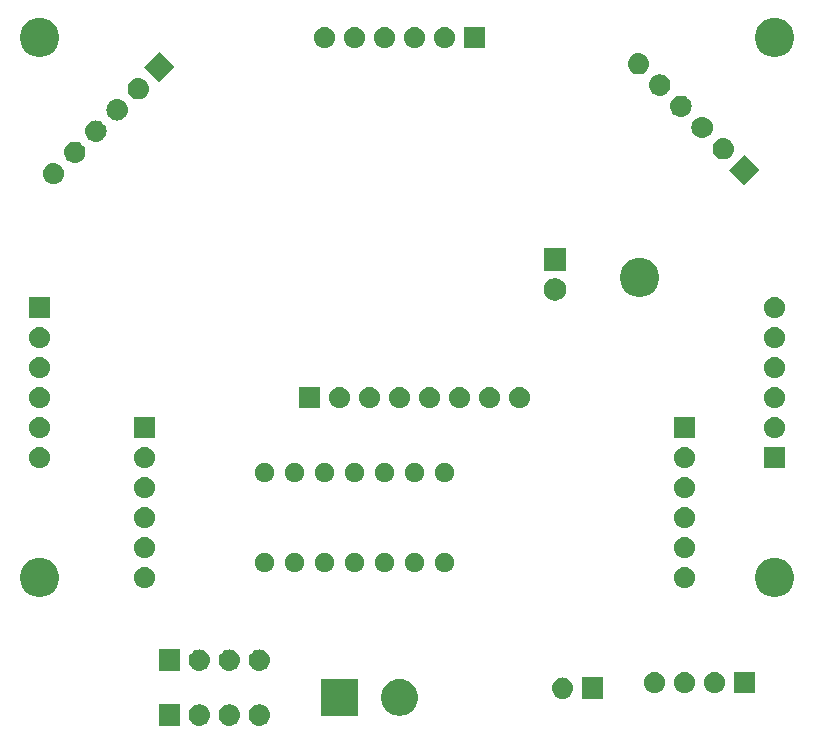
<source format=gbs>
G04 #@! TF.GenerationSoftware,KiCad,Pcbnew,(5.1.0)-1*
G04 #@! TF.CreationDate,2019-06-16T12:43:21+02:00*
G04 #@! TF.ProjectId,Micromouse,4d696372-6f6d-46f7-9573-652e6b696361,rev?*
G04 #@! TF.SameCoordinates,Original*
G04 #@! TF.FileFunction,Soldermask,Bot*
G04 #@! TF.FilePolarity,Negative*
%FSLAX46Y46*%
G04 Gerber Fmt 4.6, Leading zero omitted, Abs format (unit mm)*
G04 Created by KiCad (PCBNEW (5.1.0)-1) date 2019-06-16 12:43:21*
%MOMM*%
%LPD*%
G04 APERTURE LIST*
%ADD10C,0.100000*%
G04 APERTURE END LIST*
D10*
G36*
X139370443Y-137755519D02*
G01*
X139436627Y-137762037D01*
X139606466Y-137813557D01*
X139762991Y-137897222D01*
X139798729Y-137926552D01*
X139900186Y-138009814D01*
X139983448Y-138111271D01*
X140012778Y-138147009D01*
X140096443Y-138303534D01*
X140147963Y-138473373D01*
X140165359Y-138650000D01*
X140147963Y-138826627D01*
X140096443Y-138996466D01*
X140012778Y-139152991D01*
X139983448Y-139188729D01*
X139900186Y-139290186D01*
X139798729Y-139373448D01*
X139762991Y-139402778D01*
X139606466Y-139486443D01*
X139436627Y-139537963D01*
X139370442Y-139544482D01*
X139304260Y-139551000D01*
X139215740Y-139551000D01*
X139149558Y-139544482D01*
X139083373Y-139537963D01*
X138913534Y-139486443D01*
X138757009Y-139402778D01*
X138721271Y-139373448D01*
X138619814Y-139290186D01*
X138536552Y-139188729D01*
X138507222Y-139152991D01*
X138423557Y-138996466D01*
X138372037Y-138826627D01*
X138354641Y-138650000D01*
X138372037Y-138473373D01*
X138423557Y-138303534D01*
X138507222Y-138147009D01*
X138536552Y-138111271D01*
X138619814Y-138009814D01*
X138721271Y-137926552D01*
X138757009Y-137897222D01*
X138913534Y-137813557D01*
X139083373Y-137762037D01*
X139149557Y-137755519D01*
X139215740Y-137749000D01*
X139304260Y-137749000D01*
X139370443Y-137755519D01*
X139370443Y-137755519D01*
G37*
G36*
X137621000Y-139551000D02*
G01*
X135819000Y-139551000D01*
X135819000Y-137749000D01*
X137621000Y-137749000D01*
X137621000Y-139551000D01*
X137621000Y-139551000D01*
G37*
G36*
X144450443Y-137755519D02*
G01*
X144516627Y-137762037D01*
X144686466Y-137813557D01*
X144842991Y-137897222D01*
X144878729Y-137926552D01*
X144980186Y-138009814D01*
X145063448Y-138111271D01*
X145092778Y-138147009D01*
X145176443Y-138303534D01*
X145227963Y-138473373D01*
X145245359Y-138650000D01*
X145227963Y-138826627D01*
X145176443Y-138996466D01*
X145092778Y-139152991D01*
X145063448Y-139188729D01*
X144980186Y-139290186D01*
X144878729Y-139373448D01*
X144842991Y-139402778D01*
X144686466Y-139486443D01*
X144516627Y-139537963D01*
X144450442Y-139544482D01*
X144384260Y-139551000D01*
X144295740Y-139551000D01*
X144229558Y-139544482D01*
X144163373Y-139537963D01*
X143993534Y-139486443D01*
X143837009Y-139402778D01*
X143801271Y-139373448D01*
X143699814Y-139290186D01*
X143616552Y-139188729D01*
X143587222Y-139152991D01*
X143503557Y-138996466D01*
X143452037Y-138826627D01*
X143434641Y-138650000D01*
X143452037Y-138473373D01*
X143503557Y-138303534D01*
X143587222Y-138147009D01*
X143616552Y-138111271D01*
X143699814Y-138009814D01*
X143801271Y-137926552D01*
X143837009Y-137897222D01*
X143993534Y-137813557D01*
X144163373Y-137762037D01*
X144229557Y-137755519D01*
X144295740Y-137749000D01*
X144384260Y-137749000D01*
X144450443Y-137755519D01*
X144450443Y-137755519D01*
G37*
G36*
X141910443Y-137755519D02*
G01*
X141976627Y-137762037D01*
X142146466Y-137813557D01*
X142302991Y-137897222D01*
X142338729Y-137926552D01*
X142440186Y-138009814D01*
X142523448Y-138111271D01*
X142552778Y-138147009D01*
X142636443Y-138303534D01*
X142687963Y-138473373D01*
X142705359Y-138650000D01*
X142687963Y-138826627D01*
X142636443Y-138996466D01*
X142552778Y-139152991D01*
X142523448Y-139188729D01*
X142440186Y-139290186D01*
X142338729Y-139373448D01*
X142302991Y-139402778D01*
X142146466Y-139486443D01*
X141976627Y-139537963D01*
X141910442Y-139544482D01*
X141844260Y-139551000D01*
X141755740Y-139551000D01*
X141689558Y-139544482D01*
X141623373Y-139537963D01*
X141453534Y-139486443D01*
X141297009Y-139402778D01*
X141261271Y-139373448D01*
X141159814Y-139290186D01*
X141076552Y-139188729D01*
X141047222Y-139152991D01*
X140963557Y-138996466D01*
X140912037Y-138826627D01*
X140894641Y-138650000D01*
X140912037Y-138473373D01*
X140963557Y-138303534D01*
X141047222Y-138147009D01*
X141076552Y-138111271D01*
X141159814Y-138009814D01*
X141261271Y-137926552D01*
X141297009Y-137897222D01*
X141453534Y-137813557D01*
X141623373Y-137762037D01*
X141689557Y-137755519D01*
X141755740Y-137749000D01*
X141844260Y-137749000D01*
X141910443Y-137755519D01*
X141910443Y-137755519D01*
G37*
G36*
X152681000Y-138711000D02*
G01*
X149579000Y-138711000D01*
X149579000Y-135609000D01*
X152681000Y-135609000D01*
X152681000Y-138711000D01*
X152681000Y-138711000D01*
G37*
G36*
X156512585Y-135638802D02*
G01*
X156662410Y-135668604D01*
X156944674Y-135785521D01*
X157198705Y-135955259D01*
X157414741Y-136171295D01*
X157584479Y-136425326D01*
X157701396Y-136707590D01*
X157761000Y-137007240D01*
X157761000Y-137312760D01*
X157701396Y-137612410D01*
X157584479Y-137894674D01*
X157414741Y-138148705D01*
X157198705Y-138364741D01*
X156944674Y-138534479D01*
X156662410Y-138651396D01*
X156512585Y-138681198D01*
X156362761Y-138711000D01*
X156057239Y-138711000D01*
X155907415Y-138681198D01*
X155757590Y-138651396D01*
X155475326Y-138534479D01*
X155221295Y-138364741D01*
X155005259Y-138148705D01*
X154835521Y-137894674D01*
X154718604Y-137612410D01*
X154659000Y-137312760D01*
X154659000Y-137007240D01*
X154718604Y-136707590D01*
X154835521Y-136425326D01*
X155005259Y-136171295D01*
X155221295Y-135955259D01*
X155475326Y-135785521D01*
X155757590Y-135668604D01*
X155907415Y-135638802D01*
X156057239Y-135609000D01*
X156362761Y-135609000D01*
X156512585Y-135638802D01*
X156512585Y-135638802D01*
G37*
G36*
X170120442Y-135475518D02*
G01*
X170186627Y-135482037D01*
X170356466Y-135533557D01*
X170512991Y-135617222D01*
X170548729Y-135646552D01*
X170650186Y-135729814D01*
X170733448Y-135831271D01*
X170762778Y-135867009D01*
X170846443Y-136023534D01*
X170897963Y-136193373D01*
X170915359Y-136370000D01*
X170897963Y-136546627D01*
X170846443Y-136716466D01*
X170762778Y-136872991D01*
X170733448Y-136908729D01*
X170650186Y-137010186D01*
X170548729Y-137093448D01*
X170512991Y-137122778D01*
X170356466Y-137206443D01*
X170186627Y-137257963D01*
X170120442Y-137264482D01*
X170054260Y-137271000D01*
X169965740Y-137271000D01*
X169899558Y-137264482D01*
X169833373Y-137257963D01*
X169663534Y-137206443D01*
X169507009Y-137122778D01*
X169471271Y-137093448D01*
X169369814Y-137010186D01*
X169286552Y-136908729D01*
X169257222Y-136872991D01*
X169173557Y-136716466D01*
X169122037Y-136546627D01*
X169104641Y-136370000D01*
X169122037Y-136193373D01*
X169173557Y-136023534D01*
X169257222Y-135867009D01*
X169286552Y-135831271D01*
X169369814Y-135729814D01*
X169471271Y-135646552D01*
X169507009Y-135617222D01*
X169663534Y-135533557D01*
X169833373Y-135482037D01*
X169899558Y-135475518D01*
X169965740Y-135469000D01*
X170054260Y-135469000D01*
X170120442Y-135475518D01*
X170120442Y-135475518D01*
G37*
G36*
X173451000Y-137271000D02*
G01*
X171649000Y-137271000D01*
X171649000Y-135469000D01*
X173451000Y-135469000D01*
X173451000Y-137271000D01*
X173451000Y-137271000D01*
G37*
G36*
X177910442Y-134995518D02*
G01*
X177976627Y-135002037D01*
X178146466Y-135053557D01*
X178302991Y-135137222D01*
X178338729Y-135166552D01*
X178440186Y-135249814D01*
X178523448Y-135351271D01*
X178552778Y-135387009D01*
X178636443Y-135543534D01*
X178687963Y-135713373D01*
X178705359Y-135890000D01*
X178687963Y-136066627D01*
X178636443Y-136236466D01*
X178552778Y-136392991D01*
X178523448Y-136428729D01*
X178440186Y-136530186D01*
X178338729Y-136613448D01*
X178302991Y-136642778D01*
X178146466Y-136726443D01*
X177976627Y-136777963D01*
X177910442Y-136784482D01*
X177844260Y-136791000D01*
X177755740Y-136791000D01*
X177689558Y-136784482D01*
X177623373Y-136777963D01*
X177453534Y-136726443D01*
X177297009Y-136642778D01*
X177261271Y-136613448D01*
X177159814Y-136530186D01*
X177076552Y-136428729D01*
X177047222Y-136392991D01*
X176963557Y-136236466D01*
X176912037Y-136066627D01*
X176894641Y-135890000D01*
X176912037Y-135713373D01*
X176963557Y-135543534D01*
X177047222Y-135387009D01*
X177076552Y-135351271D01*
X177159814Y-135249814D01*
X177261271Y-135166552D01*
X177297009Y-135137222D01*
X177453534Y-135053557D01*
X177623373Y-135002037D01*
X177689558Y-134995518D01*
X177755740Y-134989000D01*
X177844260Y-134989000D01*
X177910442Y-134995518D01*
X177910442Y-134995518D01*
G37*
G36*
X182990442Y-134995518D02*
G01*
X183056627Y-135002037D01*
X183226466Y-135053557D01*
X183382991Y-135137222D01*
X183418729Y-135166552D01*
X183520186Y-135249814D01*
X183603448Y-135351271D01*
X183632778Y-135387009D01*
X183716443Y-135543534D01*
X183767963Y-135713373D01*
X183785359Y-135890000D01*
X183767963Y-136066627D01*
X183716443Y-136236466D01*
X183632778Y-136392991D01*
X183603448Y-136428729D01*
X183520186Y-136530186D01*
X183418729Y-136613448D01*
X183382991Y-136642778D01*
X183226466Y-136726443D01*
X183056627Y-136777963D01*
X182990442Y-136784482D01*
X182924260Y-136791000D01*
X182835740Y-136791000D01*
X182769558Y-136784482D01*
X182703373Y-136777963D01*
X182533534Y-136726443D01*
X182377009Y-136642778D01*
X182341271Y-136613448D01*
X182239814Y-136530186D01*
X182156552Y-136428729D01*
X182127222Y-136392991D01*
X182043557Y-136236466D01*
X181992037Y-136066627D01*
X181974641Y-135890000D01*
X181992037Y-135713373D01*
X182043557Y-135543534D01*
X182127222Y-135387009D01*
X182156552Y-135351271D01*
X182239814Y-135249814D01*
X182341271Y-135166552D01*
X182377009Y-135137222D01*
X182533534Y-135053557D01*
X182703373Y-135002037D01*
X182769558Y-134995518D01*
X182835740Y-134989000D01*
X182924260Y-134989000D01*
X182990442Y-134995518D01*
X182990442Y-134995518D01*
G37*
G36*
X186321000Y-136791000D02*
G01*
X184519000Y-136791000D01*
X184519000Y-134989000D01*
X186321000Y-134989000D01*
X186321000Y-136791000D01*
X186321000Y-136791000D01*
G37*
G36*
X180450442Y-134995518D02*
G01*
X180516627Y-135002037D01*
X180686466Y-135053557D01*
X180842991Y-135137222D01*
X180878729Y-135166552D01*
X180980186Y-135249814D01*
X181063448Y-135351271D01*
X181092778Y-135387009D01*
X181176443Y-135543534D01*
X181227963Y-135713373D01*
X181245359Y-135890000D01*
X181227963Y-136066627D01*
X181176443Y-136236466D01*
X181092778Y-136392991D01*
X181063448Y-136428729D01*
X180980186Y-136530186D01*
X180878729Y-136613448D01*
X180842991Y-136642778D01*
X180686466Y-136726443D01*
X180516627Y-136777963D01*
X180450442Y-136784482D01*
X180384260Y-136791000D01*
X180295740Y-136791000D01*
X180229558Y-136784482D01*
X180163373Y-136777963D01*
X179993534Y-136726443D01*
X179837009Y-136642778D01*
X179801271Y-136613448D01*
X179699814Y-136530186D01*
X179616552Y-136428729D01*
X179587222Y-136392991D01*
X179503557Y-136236466D01*
X179452037Y-136066627D01*
X179434641Y-135890000D01*
X179452037Y-135713373D01*
X179503557Y-135543534D01*
X179587222Y-135387009D01*
X179616552Y-135351271D01*
X179699814Y-135249814D01*
X179801271Y-135166552D01*
X179837009Y-135137222D01*
X179993534Y-135053557D01*
X180163373Y-135002037D01*
X180229558Y-134995518D01*
X180295740Y-134989000D01*
X180384260Y-134989000D01*
X180450442Y-134995518D01*
X180450442Y-134995518D01*
G37*
G36*
X144450443Y-133105519D02*
G01*
X144516627Y-133112037D01*
X144686466Y-133163557D01*
X144842991Y-133247222D01*
X144878729Y-133276552D01*
X144980186Y-133359814D01*
X145063448Y-133461271D01*
X145092778Y-133497009D01*
X145176443Y-133653534D01*
X145227963Y-133823373D01*
X145245359Y-134000000D01*
X145227963Y-134176627D01*
X145176443Y-134346466D01*
X145092778Y-134502991D01*
X145063448Y-134538729D01*
X144980186Y-134640186D01*
X144878729Y-134723448D01*
X144842991Y-134752778D01*
X144686466Y-134836443D01*
X144516627Y-134887963D01*
X144450442Y-134894482D01*
X144384260Y-134901000D01*
X144295740Y-134901000D01*
X144229558Y-134894482D01*
X144163373Y-134887963D01*
X143993534Y-134836443D01*
X143837009Y-134752778D01*
X143801271Y-134723448D01*
X143699814Y-134640186D01*
X143616552Y-134538729D01*
X143587222Y-134502991D01*
X143503557Y-134346466D01*
X143452037Y-134176627D01*
X143434641Y-134000000D01*
X143452037Y-133823373D01*
X143503557Y-133653534D01*
X143587222Y-133497009D01*
X143616552Y-133461271D01*
X143699814Y-133359814D01*
X143801271Y-133276552D01*
X143837009Y-133247222D01*
X143993534Y-133163557D01*
X144163373Y-133112037D01*
X144229557Y-133105519D01*
X144295740Y-133099000D01*
X144384260Y-133099000D01*
X144450443Y-133105519D01*
X144450443Y-133105519D01*
G37*
G36*
X137621000Y-134901000D02*
G01*
X135819000Y-134901000D01*
X135819000Y-133099000D01*
X137621000Y-133099000D01*
X137621000Y-134901000D01*
X137621000Y-134901000D01*
G37*
G36*
X139370443Y-133105519D02*
G01*
X139436627Y-133112037D01*
X139606466Y-133163557D01*
X139762991Y-133247222D01*
X139798729Y-133276552D01*
X139900186Y-133359814D01*
X139983448Y-133461271D01*
X140012778Y-133497009D01*
X140096443Y-133653534D01*
X140147963Y-133823373D01*
X140165359Y-134000000D01*
X140147963Y-134176627D01*
X140096443Y-134346466D01*
X140012778Y-134502991D01*
X139983448Y-134538729D01*
X139900186Y-134640186D01*
X139798729Y-134723448D01*
X139762991Y-134752778D01*
X139606466Y-134836443D01*
X139436627Y-134887963D01*
X139370442Y-134894482D01*
X139304260Y-134901000D01*
X139215740Y-134901000D01*
X139149558Y-134894482D01*
X139083373Y-134887963D01*
X138913534Y-134836443D01*
X138757009Y-134752778D01*
X138721271Y-134723448D01*
X138619814Y-134640186D01*
X138536552Y-134538729D01*
X138507222Y-134502991D01*
X138423557Y-134346466D01*
X138372037Y-134176627D01*
X138354641Y-134000000D01*
X138372037Y-133823373D01*
X138423557Y-133653534D01*
X138507222Y-133497009D01*
X138536552Y-133461271D01*
X138619814Y-133359814D01*
X138721271Y-133276552D01*
X138757009Y-133247222D01*
X138913534Y-133163557D01*
X139083373Y-133112037D01*
X139149557Y-133105519D01*
X139215740Y-133099000D01*
X139304260Y-133099000D01*
X139370443Y-133105519D01*
X139370443Y-133105519D01*
G37*
G36*
X141910443Y-133105519D02*
G01*
X141976627Y-133112037D01*
X142146466Y-133163557D01*
X142302991Y-133247222D01*
X142338729Y-133276552D01*
X142440186Y-133359814D01*
X142523448Y-133461271D01*
X142552778Y-133497009D01*
X142636443Y-133653534D01*
X142687963Y-133823373D01*
X142705359Y-134000000D01*
X142687963Y-134176627D01*
X142636443Y-134346466D01*
X142552778Y-134502991D01*
X142523448Y-134538729D01*
X142440186Y-134640186D01*
X142338729Y-134723448D01*
X142302991Y-134752778D01*
X142146466Y-134836443D01*
X141976627Y-134887963D01*
X141910442Y-134894482D01*
X141844260Y-134901000D01*
X141755740Y-134901000D01*
X141689558Y-134894482D01*
X141623373Y-134887963D01*
X141453534Y-134836443D01*
X141297009Y-134752778D01*
X141261271Y-134723448D01*
X141159814Y-134640186D01*
X141076552Y-134538729D01*
X141047222Y-134502991D01*
X140963557Y-134346466D01*
X140912037Y-134176627D01*
X140894641Y-134000000D01*
X140912037Y-133823373D01*
X140963557Y-133653534D01*
X141047222Y-133497009D01*
X141076552Y-133461271D01*
X141159814Y-133359814D01*
X141261271Y-133276552D01*
X141297009Y-133247222D01*
X141453534Y-133163557D01*
X141623373Y-133112037D01*
X141689557Y-133105519D01*
X141755740Y-133099000D01*
X141844260Y-133099000D01*
X141910443Y-133105519D01*
X141910443Y-133105519D01*
G37*
G36*
X126105256Y-125391298D02*
G01*
X126211579Y-125412447D01*
X126512042Y-125536903D01*
X126782451Y-125717585D01*
X127012415Y-125947549D01*
X127124369Y-126115100D01*
X127193098Y-126217960D01*
X127205647Y-126248257D01*
X127317553Y-126518421D01*
X127381000Y-126837391D01*
X127381000Y-127162609D01*
X127317553Y-127481579D01*
X127193097Y-127782042D01*
X127012415Y-128052451D01*
X126782451Y-128282415D01*
X126512042Y-128463097D01*
X126211579Y-128587553D01*
X126105256Y-128608702D01*
X125892611Y-128651000D01*
X125567389Y-128651000D01*
X125354744Y-128608702D01*
X125248421Y-128587553D01*
X124947958Y-128463097D01*
X124677549Y-128282415D01*
X124447585Y-128052451D01*
X124266903Y-127782042D01*
X124142447Y-127481579D01*
X124079000Y-127162609D01*
X124079000Y-126837391D01*
X124142447Y-126518421D01*
X124254353Y-126248257D01*
X124266902Y-126217960D01*
X124335631Y-126115100D01*
X124447585Y-125947549D01*
X124677549Y-125717585D01*
X124947958Y-125536903D01*
X125248421Y-125412447D01*
X125354744Y-125391298D01*
X125567389Y-125349000D01*
X125892611Y-125349000D01*
X126105256Y-125391298D01*
X126105256Y-125391298D01*
G37*
G36*
X188335256Y-125391298D02*
G01*
X188441579Y-125412447D01*
X188742042Y-125536903D01*
X189012451Y-125717585D01*
X189242415Y-125947549D01*
X189354369Y-126115100D01*
X189423098Y-126217960D01*
X189435647Y-126248257D01*
X189547553Y-126518421D01*
X189611000Y-126837391D01*
X189611000Y-127162609D01*
X189547553Y-127481579D01*
X189423097Y-127782042D01*
X189242415Y-128052451D01*
X189012451Y-128282415D01*
X188742042Y-128463097D01*
X188441579Y-128587553D01*
X188335256Y-128608702D01*
X188122611Y-128651000D01*
X187797389Y-128651000D01*
X187584744Y-128608702D01*
X187478421Y-128587553D01*
X187177958Y-128463097D01*
X186907549Y-128282415D01*
X186677585Y-128052451D01*
X186496903Y-127782042D01*
X186372447Y-127481579D01*
X186309000Y-127162609D01*
X186309000Y-126837391D01*
X186372447Y-126518421D01*
X186484353Y-126248257D01*
X186496902Y-126217960D01*
X186565631Y-126115100D01*
X186677585Y-125947549D01*
X186907549Y-125717585D01*
X187177958Y-125536903D01*
X187478421Y-125412447D01*
X187584744Y-125391298D01*
X187797389Y-125349000D01*
X188122611Y-125349000D01*
X188335256Y-125391298D01*
X188335256Y-125391298D01*
G37*
G36*
X180450443Y-126105519D02*
G01*
X180516627Y-126112037D01*
X180686466Y-126163557D01*
X180842991Y-126247222D01*
X180878729Y-126276552D01*
X180980186Y-126359814D01*
X181054585Y-126450471D01*
X181092778Y-126497009D01*
X181176443Y-126653534D01*
X181227963Y-126823373D01*
X181245359Y-127000000D01*
X181227963Y-127176627D01*
X181176443Y-127346466D01*
X181092778Y-127502991D01*
X181063448Y-127538729D01*
X180980186Y-127640186D01*
X180878729Y-127723448D01*
X180842991Y-127752778D01*
X180686466Y-127836443D01*
X180516627Y-127887963D01*
X180450442Y-127894482D01*
X180384260Y-127901000D01*
X180295740Y-127901000D01*
X180229558Y-127894482D01*
X180163373Y-127887963D01*
X179993534Y-127836443D01*
X179837009Y-127752778D01*
X179801271Y-127723448D01*
X179699814Y-127640186D01*
X179616552Y-127538729D01*
X179587222Y-127502991D01*
X179503557Y-127346466D01*
X179452037Y-127176627D01*
X179434641Y-127000000D01*
X179452037Y-126823373D01*
X179503557Y-126653534D01*
X179587222Y-126497009D01*
X179625415Y-126450471D01*
X179699814Y-126359814D01*
X179801271Y-126276552D01*
X179837009Y-126247222D01*
X179993534Y-126163557D01*
X180163373Y-126112037D01*
X180229557Y-126105519D01*
X180295740Y-126099000D01*
X180384260Y-126099000D01*
X180450443Y-126105519D01*
X180450443Y-126105519D01*
G37*
G36*
X134730443Y-126105519D02*
G01*
X134796627Y-126112037D01*
X134966466Y-126163557D01*
X135122991Y-126247222D01*
X135158729Y-126276552D01*
X135260186Y-126359814D01*
X135334585Y-126450471D01*
X135372778Y-126497009D01*
X135456443Y-126653534D01*
X135507963Y-126823373D01*
X135525359Y-127000000D01*
X135507963Y-127176627D01*
X135456443Y-127346466D01*
X135372778Y-127502991D01*
X135343448Y-127538729D01*
X135260186Y-127640186D01*
X135158729Y-127723448D01*
X135122991Y-127752778D01*
X134966466Y-127836443D01*
X134796627Y-127887963D01*
X134730442Y-127894482D01*
X134664260Y-127901000D01*
X134575740Y-127901000D01*
X134509558Y-127894482D01*
X134443373Y-127887963D01*
X134273534Y-127836443D01*
X134117009Y-127752778D01*
X134081271Y-127723448D01*
X133979814Y-127640186D01*
X133896552Y-127538729D01*
X133867222Y-127502991D01*
X133783557Y-127346466D01*
X133732037Y-127176627D01*
X133714641Y-127000000D01*
X133732037Y-126823373D01*
X133783557Y-126653534D01*
X133867222Y-126497009D01*
X133905415Y-126450471D01*
X133979814Y-126359814D01*
X134081271Y-126276552D01*
X134117009Y-126247222D01*
X134273534Y-126163557D01*
X134443373Y-126112037D01*
X134509557Y-126105519D01*
X134575740Y-126099000D01*
X134664260Y-126099000D01*
X134730443Y-126105519D01*
X134730443Y-126105519D01*
G37*
G36*
X160257142Y-124948242D02*
G01*
X160405101Y-125009529D01*
X160538255Y-125098499D01*
X160651501Y-125211745D01*
X160740471Y-125344899D01*
X160801758Y-125492858D01*
X160833000Y-125649925D01*
X160833000Y-125810075D01*
X160801758Y-125967142D01*
X160740471Y-126115101D01*
X160651501Y-126248255D01*
X160538255Y-126361501D01*
X160405101Y-126450471D01*
X160257142Y-126511758D01*
X160100075Y-126543000D01*
X159939925Y-126543000D01*
X159782858Y-126511758D01*
X159634899Y-126450471D01*
X159501745Y-126361501D01*
X159388499Y-126248255D01*
X159299529Y-126115101D01*
X159238242Y-125967142D01*
X159207000Y-125810075D01*
X159207000Y-125649925D01*
X159238242Y-125492858D01*
X159299529Y-125344899D01*
X159388499Y-125211745D01*
X159501745Y-125098499D01*
X159634899Y-125009529D01*
X159782858Y-124948242D01*
X159939925Y-124917000D01*
X160100075Y-124917000D01*
X160257142Y-124948242D01*
X160257142Y-124948242D01*
G37*
G36*
X145017142Y-124948242D02*
G01*
X145165101Y-125009529D01*
X145298255Y-125098499D01*
X145411501Y-125211745D01*
X145500471Y-125344899D01*
X145561758Y-125492858D01*
X145593000Y-125649925D01*
X145593000Y-125810075D01*
X145561758Y-125967142D01*
X145500471Y-126115101D01*
X145411501Y-126248255D01*
X145298255Y-126361501D01*
X145165101Y-126450471D01*
X145017142Y-126511758D01*
X144860075Y-126543000D01*
X144699925Y-126543000D01*
X144542858Y-126511758D01*
X144394899Y-126450471D01*
X144261745Y-126361501D01*
X144148499Y-126248255D01*
X144059529Y-126115101D01*
X143998242Y-125967142D01*
X143967000Y-125810075D01*
X143967000Y-125649925D01*
X143998242Y-125492858D01*
X144059529Y-125344899D01*
X144148499Y-125211745D01*
X144261745Y-125098499D01*
X144394899Y-125009529D01*
X144542858Y-124948242D01*
X144699925Y-124917000D01*
X144860075Y-124917000D01*
X145017142Y-124948242D01*
X145017142Y-124948242D01*
G37*
G36*
X147557142Y-124948242D02*
G01*
X147705101Y-125009529D01*
X147838255Y-125098499D01*
X147951501Y-125211745D01*
X148040471Y-125344899D01*
X148101758Y-125492858D01*
X148133000Y-125649925D01*
X148133000Y-125810075D01*
X148101758Y-125967142D01*
X148040471Y-126115101D01*
X147951501Y-126248255D01*
X147838255Y-126361501D01*
X147705101Y-126450471D01*
X147557142Y-126511758D01*
X147400075Y-126543000D01*
X147239925Y-126543000D01*
X147082858Y-126511758D01*
X146934899Y-126450471D01*
X146801745Y-126361501D01*
X146688499Y-126248255D01*
X146599529Y-126115101D01*
X146538242Y-125967142D01*
X146507000Y-125810075D01*
X146507000Y-125649925D01*
X146538242Y-125492858D01*
X146599529Y-125344899D01*
X146688499Y-125211745D01*
X146801745Y-125098499D01*
X146934899Y-125009529D01*
X147082858Y-124948242D01*
X147239925Y-124917000D01*
X147400075Y-124917000D01*
X147557142Y-124948242D01*
X147557142Y-124948242D01*
G37*
G36*
X152637142Y-124948242D02*
G01*
X152785101Y-125009529D01*
X152918255Y-125098499D01*
X153031501Y-125211745D01*
X153120471Y-125344899D01*
X153181758Y-125492858D01*
X153213000Y-125649925D01*
X153213000Y-125810075D01*
X153181758Y-125967142D01*
X153120471Y-126115101D01*
X153031501Y-126248255D01*
X152918255Y-126361501D01*
X152785101Y-126450471D01*
X152637142Y-126511758D01*
X152480075Y-126543000D01*
X152319925Y-126543000D01*
X152162858Y-126511758D01*
X152014899Y-126450471D01*
X151881745Y-126361501D01*
X151768499Y-126248255D01*
X151679529Y-126115101D01*
X151618242Y-125967142D01*
X151587000Y-125810075D01*
X151587000Y-125649925D01*
X151618242Y-125492858D01*
X151679529Y-125344899D01*
X151768499Y-125211745D01*
X151881745Y-125098499D01*
X152014899Y-125009529D01*
X152162858Y-124948242D01*
X152319925Y-124917000D01*
X152480075Y-124917000D01*
X152637142Y-124948242D01*
X152637142Y-124948242D01*
G37*
G36*
X150097142Y-124948242D02*
G01*
X150245101Y-125009529D01*
X150378255Y-125098499D01*
X150491501Y-125211745D01*
X150580471Y-125344899D01*
X150641758Y-125492858D01*
X150673000Y-125649925D01*
X150673000Y-125810075D01*
X150641758Y-125967142D01*
X150580471Y-126115101D01*
X150491501Y-126248255D01*
X150378255Y-126361501D01*
X150245101Y-126450471D01*
X150097142Y-126511758D01*
X149940075Y-126543000D01*
X149779925Y-126543000D01*
X149622858Y-126511758D01*
X149474899Y-126450471D01*
X149341745Y-126361501D01*
X149228499Y-126248255D01*
X149139529Y-126115101D01*
X149078242Y-125967142D01*
X149047000Y-125810075D01*
X149047000Y-125649925D01*
X149078242Y-125492858D01*
X149139529Y-125344899D01*
X149228499Y-125211745D01*
X149341745Y-125098499D01*
X149474899Y-125009529D01*
X149622858Y-124948242D01*
X149779925Y-124917000D01*
X149940075Y-124917000D01*
X150097142Y-124948242D01*
X150097142Y-124948242D01*
G37*
G36*
X157717142Y-124948242D02*
G01*
X157865101Y-125009529D01*
X157998255Y-125098499D01*
X158111501Y-125211745D01*
X158200471Y-125344899D01*
X158261758Y-125492858D01*
X158293000Y-125649925D01*
X158293000Y-125810075D01*
X158261758Y-125967142D01*
X158200471Y-126115101D01*
X158111501Y-126248255D01*
X157998255Y-126361501D01*
X157865101Y-126450471D01*
X157717142Y-126511758D01*
X157560075Y-126543000D01*
X157399925Y-126543000D01*
X157242858Y-126511758D01*
X157094899Y-126450471D01*
X156961745Y-126361501D01*
X156848499Y-126248255D01*
X156759529Y-126115101D01*
X156698242Y-125967142D01*
X156667000Y-125810075D01*
X156667000Y-125649925D01*
X156698242Y-125492858D01*
X156759529Y-125344899D01*
X156848499Y-125211745D01*
X156961745Y-125098499D01*
X157094899Y-125009529D01*
X157242858Y-124948242D01*
X157399925Y-124917000D01*
X157560075Y-124917000D01*
X157717142Y-124948242D01*
X157717142Y-124948242D01*
G37*
G36*
X155177142Y-124948242D02*
G01*
X155325101Y-125009529D01*
X155458255Y-125098499D01*
X155571501Y-125211745D01*
X155660471Y-125344899D01*
X155721758Y-125492858D01*
X155753000Y-125649925D01*
X155753000Y-125810075D01*
X155721758Y-125967142D01*
X155660471Y-126115101D01*
X155571501Y-126248255D01*
X155458255Y-126361501D01*
X155325101Y-126450471D01*
X155177142Y-126511758D01*
X155020075Y-126543000D01*
X154859925Y-126543000D01*
X154702858Y-126511758D01*
X154554899Y-126450471D01*
X154421745Y-126361501D01*
X154308499Y-126248255D01*
X154219529Y-126115101D01*
X154158242Y-125967142D01*
X154127000Y-125810075D01*
X154127000Y-125649925D01*
X154158242Y-125492858D01*
X154219529Y-125344899D01*
X154308499Y-125211745D01*
X154421745Y-125098499D01*
X154554899Y-125009529D01*
X154702858Y-124948242D01*
X154859925Y-124917000D01*
X155020075Y-124917000D01*
X155177142Y-124948242D01*
X155177142Y-124948242D01*
G37*
G36*
X180450442Y-123565518D02*
G01*
X180516627Y-123572037D01*
X180686466Y-123623557D01*
X180842991Y-123707222D01*
X180878729Y-123736552D01*
X180980186Y-123819814D01*
X181063448Y-123921271D01*
X181092778Y-123957009D01*
X181176443Y-124113534D01*
X181227963Y-124283373D01*
X181245359Y-124460000D01*
X181227963Y-124636627D01*
X181176443Y-124806466D01*
X181092778Y-124962991D01*
X181063448Y-124998729D01*
X180980186Y-125100186D01*
X180878729Y-125183448D01*
X180842991Y-125212778D01*
X180686466Y-125296443D01*
X180516627Y-125347963D01*
X180450442Y-125354482D01*
X180384260Y-125361000D01*
X180295740Y-125361000D01*
X180229558Y-125354482D01*
X180163373Y-125347963D01*
X179993534Y-125296443D01*
X179837009Y-125212778D01*
X179801271Y-125183448D01*
X179699814Y-125100186D01*
X179616552Y-124998729D01*
X179587222Y-124962991D01*
X179503557Y-124806466D01*
X179452037Y-124636627D01*
X179434641Y-124460000D01*
X179452037Y-124283373D01*
X179503557Y-124113534D01*
X179587222Y-123957009D01*
X179616552Y-123921271D01*
X179699814Y-123819814D01*
X179801271Y-123736552D01*
X179837009Y-123707222D01*
X179993534Y-123623557D01*
X180163373Y-123572037D01*
X180229558Y-123565518D01*
X180295740Y-123559000D01*
X180384260Y-123559000D01*
X180450442Y-123565518D01*
X180450442Y-123565518D01*
G37*
G36*
X134730442Y-123565518D02*
G01*
X134796627Y-123572037D01*
X134966466Y-123623557D01*
X135122991Y-123707222D01*
X135158729Y-123736552D01*
X135260186Y-123819814D01*
X135343448Y-123921271D01*
X135372778Y-123957009D01*
X135456443Y-124113534D01*
X135507963Y-124283373D01*
X135525359Y-124460000D01*
X135507963Y-124636627D01*
X135456443Y-124806466D01*
X135372778Y-124962991D01*
X135343448Y-124998729D01*
X135260186Y-125100186D01*
X135158729Y-125183448D01*
X135122991Y-125212778D01*
X134966466Y-125296443D01*
X134796627Y-125347963D01*
X134730442Y-125354482D01*
X134664260Y-125361000D01*
X134575740Y-125361000D01*
X134509558Y-125354482D01*
X134443373Y-125347963D01*
X134273534Y-125296443D01*
X134117009Y-125212778D01*
X134081271Y-125183448D01*
X133979814Y-125100186D01*
X133896552Y-124998729D01*
X133867222Y-124962991D01*
X133783557Y-124806466D01*
X133732037Y-124636627D01*
X133714641Y-124460000D01*
X133732037Y-124283373D01*
X133783557Y-124113534D01*
X133867222Y-123957009D01*
X133896552Y-123921271D01*
X133979814Y-123819814D01*
X134081271Y-123736552D01*
X134117009Y-123707222D01*
X134273534Y-123623557D01*
X134443373Y-123572037D01*
X134509558Y-123565518D01*
X134575740Y-123559000D01*
X134664260Y-123559000D01*
X134730442Y-123565518D01*
X134730442Y-123565518D01*
G37*
G36*
X180450442Y-121025518D02*
G01*
X180516627Y-121032037D01*
X180686466Y-121083557D01*
X180842991Y-121167222D01*
X180878729Y-121196552D01*
X180980186Y-121279814D01*
X181063448Y-121381271D01*
X181092778Y-121417009D01*
X181176443Y-121573534D01*
X181227963Y-121743373D01*
X181245359Y-121920000D01*
X181227963Y-122096627D01*
X181176443Y-122266466D01*
X181092778Y-122422991D01*
X181063448Y-122458729D01*
X180980186Y-122560186D01*
X180878729Y-122643448D01*
X180842991Y-122672778D01*
X180686466Y-122756443D01*
X180516627Y-122807963D01*
X180450443Y-122814481D01*
X180384260Y-122821000D01*
X180295740Y-122821000D01*
X180229557Y-122814481D01*
X180163373Y-122807963D01*
X179993534Y-122756443D01*
X179837009Y-122672778D01*
X179801271Y-122643448D01*
X179699814Y-122560186D01*
X179616552Y-122458729D01*
X179587222Y-122422991D01*
X179503557Y-122266466D01*
X179452037Y-122096627D01*
X179434641Y-121920000D01*
X179452037Y-121743373D01*
X179503557Y-121573534D01*
X179587222Y-121417009D01*
X179616552Y-121381271D01*
X179699814Y-121279814D01*
X179801271Y-121196552D01*
X179837009Y-121167222D01*
X179993534Y-121083557D01*
X180163373Y-121032037D01*
X180229558Y-121025518D01*
X180295740Y-121019000D01*
X180384260Y-121019000D01*
X180450442Y-121025518D01*
X180450442Y-121025518D01*
G37*
G36*
X134730442Y-121025518D02*
G01*
X134796627Y-121032037D01*
X134966466Y-121083557D01*
X135122991Y-121167222D01*
X135158729Y-121196552D01*
X135260186Y-121279814D01*
X135343448Y-121381271D01*
X135372778Y-121417009D01*
X135456443Y-121573534D01*
X135507963Y-121743373D01*
X135525359Y-121920000D01*
X135507963Y-122096627D01*
X135456443Y-122266466D01*
X135372778Y-122422991D01*
X135343448Y-122458729D01*
X135260186Y-122560186D01*
X135158729Y-122643448D01*
X135122991Y-122672778D01*
X134966466Y-122756443D01*
X134796627Y-122807963D01*
X134730443Y-122814481D01*
X134664260Y-122821000D01*
X134575740Y-122821000D01*
X134509557Y-122814481D01*
X134443373Y-122807963D01*
X134273534Y-122756443D01*
X134117009Y-122672778D01*
X134081271Y-122643448D01*
X133979814Y-122560186D01*
X133896552Y-122458729D01*
X133867222Y-122422991D01*
X133783557Y-122266466D01*
X133732037Y-122096627D01*
X133714641Y-121920000D01*
X133732037Y-121743373D01*
X133783557Y-121573534D01*
X133867222Y-121417009D01*
X133896552Y-121381271D01*
X133979814Y-121279814D01*
X134081271Y-121196552D01*
X134117009Y-121167222D01*
X134273534Y-121083557D01*
X134443373Y-121032037D01*
X134509558Y-121025518D01*
X134575740Y-121019000D01*
X134664260Y-121019000D01*
X134730442Y-121025518D01*
X134730442Y-121025518D01*
G37*
G36*
X180450442Y-118485518D02*
G01*
X180516627Y-118492037D01*
X180686466Y-118543557D01*
X180842991Y-118627222D01*
X180878729Y-118656552D01*
X180980186Y-118739814D01*
X181054585Y-118830471D01*
X181092778Y-118877009D01*
X181176443Y-119033534D01*
X181227963Y-119203373D01*
X181245359Y-119380000D01*
X181227963Y-119556627D01*
X181176443Y-119726466D01*
X181092778Y-119882991D01*
X181063448Y-119918729D01*
X180980186Y-120020186D01*
X180878729Y-120103448D01*
X180842991Y-120132778D01*
X180686466Y-120216443D01*
X180516627Y-120267963D01*
X180450442Y-120274482D01*
X180384260Y-120281000D01*
X180295740Y-120281000D01*
X180229558Y-120274482D01*
X180163373Y-120267963D01*
X179993534Y-120216443D01*
X179837009Y-120132778D01*
X179801271Y-120103448D01*
X179699814Y-120020186D01*
X179616552Y-119918729D01*
X179587222Y-119882991D01*
X179503557Y-119726466D01*
X179452037Y-119556627D01*
X179434641Y-119380000D01*
X179452037Y-119203373D01*
X179503557Y-119033534D01*
X179587222Y-118877009D01*
X179625415Y-118830471D01*
X179699814Y-118739814D01*
X179801271Y-118656552D01*
X179837009Y-118627222D01*
X179993534Y-118543557D01*
X180163373Y-118492037D01*
X180229558Y-118485518D01*
X180295740Y-118479000D01*
X180384260Y-118479000D01*
X180450442Y-118485518D01*
X180450442Y-118485518D01*
G37*
G36*
X134730442Y-118485518D02*
G01*
X134796627Y-118492037D01*
X134966466Y-118543557D01*
X135122991Y-118627222D01*
X135158729Y-118656552D01*
X135260186Y-118739814D01*
X135334585Y-118830471D01*
X135372778Y-118877009D01*
X135456443Y-119033534D01*
X135507963Y-119203373D01*
X135525359Y-119380000D01*
X135507963Y-119556627D01*
X135456443Y-119726466D01*
X135372778Y-119882991D01*
X135343448Y-119918729D01*
X135260186Y-120020186D01*
X135158729Y-120103448D01*
X135122991Y-120132778D01*
X134966466Y-120216443D01*
X134796627Y-120267963D01*
X134730442Y-120274482D01*
X134664260Y-120281000D01*
X134575740Y-120281000D01*
X134509558Y-120274482D01*
X134443373Y-120267963D01*
X134273534Y-120216443D01*
X134117009Y-120132778D01*
X134081271Y-120103448D01*
X133979814Y-120020186D01*
X133896552Y-119918729D01*
X133867222Y-119882991D01*
X133783557Y-119726466D01*
X133732037Y-119556627D01*
X133714641Y-119380000D01*
X133732037Y-119203373D01*
X133783557Y-119033534D01*
X133867222Y-118877009D01*
X133905415Y-118830471D01*
X133979814Y-118739814D01*
X134081271Y-118656552D01*
X134117009Y-118627222D01*
X134273534Y-118543557D01*
X134443373Y-118492037D01*
X134509558Y-118485518D01*
X134575740Y-118479000D01*
X134664260Y-118479000D01*
X134730442Y-118485518D01*
X134730442Y-118485518D01*
G37*
G36*
X160257142Y-117328242D02*
G01*
X160405101Y-117389529D01*
X160538255Y-117478499D01*
X160651501Y-117591745D01*
X160740471Y-117724899D01*
X160801758Y-117872858D01*
X160833000Y-118029925D01*
X160833000Y-118190075D01*
X160801758Y-118347142D01*
X160740471Y-118495101D01*
X160651501Y-118628255D01*
X160538255Y-118741501D01*
X160405101Y-118830471D01*
X160257142Y-118891758D01*
X160100075Y-118923000D01*
X159939925Y-118923000D01*
X159782858Y-118891758D01*
X159634899Y-118830471D01*
X159501745Y-118741501D01*
X159388499Y-118628255D01*
X159299529Y-118495101D01*
X159238242Y-118347142D01*
X159207000Y-118190075D01*
X159207000Y-118029925D01*
X159238242Y-117872858D01*
X159299529Y-117724899D01*
X159388499Y-117591745D01*
X159501745Y-117478499D01*
X159634899Y-117389529D01*
X159782858Y-117328242D01*
X159939925Y-117297000D01*
X160100075Y-117297000D01*
X160257142Y-117328242D01*
X160257142Y-117328242D01*
G37*
G36*
X155177142Y-117328242D02*
G01*
X155325101Y-117389529D01*
X155458255Y-117478499D01*
X155571501Y-117591745D01*
X155660471Y-117724899D01*
X155721758Y-117872858D01*
X155753000Y-118029925D01*
X155753000Y-118190075D01*
X155721758Y-118347142D01*
X155660471Y-118495101D01*
X155571501Y-118628255D01*
X155458255Y-118741501D01*
X155325101Y-118830471D01*
X155177142Y-118891758D01*
X155020075Y-118923000D01*
X154859925Y-118923000D01*
X154702858Y-118891758D01*
X154554899Y-118830471D01*
X154421745Y-118741501D01*
X154308499Y-118628255D01*
X154219529Y-118495101D01*
X154158242Y-118347142D01*
X154127000Y-118190075D01*
X154127000Y-118029925D01*
X154158242Y-117872858D01*
X154219529Y-117724899D01*
X154308499Y-117591745D01*
X154421745Y-117478499D01*
X154554899Y-117389529D01*
X154702858Y-117328242D01*
X154859925Y-117297000D01*
X155020075Y-117297000D01*
X155177142Y-117328242D01*
X155177142Y-117328242D01*
G37*
G36*
X152637142Y-117328242D02*
G01*
X152785101Y-117389529D01*
X152918255Y-117478499D01*
X153031501Y-117591745D01*
X153120471Y-117724899D01*
X153181758Y-117872858D01*
X153213000Y-118029925D01*
X153213000Y-118190075D01*
X153181758Y-118347142D01*
X153120471Y-118495101D01*
X153031501Y-118628255D01*
X152918255Y-118741501D01*
X152785101Y-118830471D01*
X152637142Y-118891758D01*
X152480075Y-118923000D01*
X152319925Y-118923000D01*
X152162858Y-118891758D01*
X152014899Y-118830471D01*
X151881745Y-118741501D01*
X151768499Y-118628255D01*
X151679529Y-118495101D01*
X151618242Y-118347142D01*
X151587000Y-118190075D01*
X151587000Y-118029925D01*
X151618242Y-117872858D01*
X151679529Y-117724899D01*
X151768499Y-117591745D01*
X151881745Y-117478499D01*
X152014899Y-117389529D01*
X152162858Y-117328242D01*
X152319925Y-117297000D01*
X152480075Y-117297000D01*
X152637142Y-117328242D01*
X152637142Y-117328242D01*
G37*
G36*
X150097142Y-117328242D02*
G01*
X150245101Y-117389529D01*
X150378255Y-117478499D01*
X150491501Y-117591745D01*
X150580471Y-117724899D01*
X150641758Y-117872858D01*
X150673000Y-118029925D01*
X150673000Y-118190075D01*
X150641758Y-118347142D01*
X150580471Y-118495101D01*
X150491501Y-118628255D01*
X150378255Y-118741501D01*
X150245101Y-118830471D01*
X150097142Y-118891758D01*
X149940075Y-118923000D01*
X149779925Y-118923000D01*
X149622858Y-118891758D01*
X149474899Y-118830471D01*
X149341745Y-118741501D01*
X149228499Y-118628255D01*
X149139529Y-118495101D01*
X149078242Y-118347142D01*
X149047000Y-118190075D01*
X149047000Y-118029925D01*
X149078242Y-117872858D01*
X149139529Y-117724899D01*
X149228499Y-117591745D01*
X149341745Y-117478499D01*
X149474899Y-117389529D01*
X149622858Y-117328242D01*
X149779925Y-117297000D01*
X149940075Y-117297000D01*
X150097142Y-117328242D01*
X150097142Y-117328242D01*
G37*
G36*
X147557142Y-117328242D02*
G01*
X147705101Y-117389529D01*
X147838255Y-117478499D01*
X147951501Y-117591745D01*
X148040471Y-117724899D01*
X148101758Y-117872858D01*
X148133000Y-118029925D01*
X148133000Y-118190075D01*
X148101758Y-118347142D01*
X148040471Y-118495101D01*
X147951501Y-118628255D01*
X147838255Y-118741501D01*
X147705101Y-118830471D01*
X147557142Y-118891758D01*
X147400075Y-118923000D01*
X147239925Y-118923000D01*
X147082858Y-118891758D01*
X146934899Y-118830471D01*
X146801745Y-118741501D01*
X146688499Y-118628255D01*
X146599529Y-118495101D01*
X146538242Y-118347142D01*
X146507000Y-118190075D01*
X146507000Y-118029925D01*
X146538242Y-117872858D01*
X146599529Y-117724899D01*
X146688499Y-117591745D01*
X146801745Y-117478499D01*
X146934899Y-117389529D01*
X147082858Y-117328242D01*
X147239925Y-117297000D01*
X147400075Y-117297000D01*
X147557142Y-117328242D01*
X147557142Y-117328242D01*
G37*
G36*
X145017142Y-117328242D02*
G01*
X145165101Y-117389529D01*
X145298255Y-117478499D01*
X145411501Y-117591745D01*
X145500471Y-117724899D01*
X145561758Y-117872858D01*
X145593000Y-118029925D01*
X145593000Y-118190075D01*
X145561758Y-118347142D01*
X145500471Y-118495101D01*
X145411501Y-118628255D01*
X145298255Y-118741501D01*
X145165101Y-118830471D01*
X145017142Y-118891758D01*
X144860075Y-118923000D01*
X144699925Y-118923000D01*
X144542858Y-118891758D01*
X144394899Y-118830471D01*
X144261745Y-118741501D01*
X144148499Y-118628255D01*
X144059529Y-118495101D01*
X143998242Y-118347142D01*
X143967000Y-118190075D01*
X143967000Y-118029925D01*
X143998242Y-117872858D01*
X144059529Y-117724899D01*
X144148499Y-117591745D01*
X144261745Y-117478499D01*
X144394899Y-117389529D01*
X144542858Y-117328242D01*
X144699925Y-117297000D01*
X144860075Y-117297000D01*
X145017142Y-117328242D01*
X145017142Y-117328242D01*
G37*
G36*
X157717142Y-117328242D02*
G01*
X157865101Y-117389529D01*
X157998255Y-117478499D01*
X158111501Y-117591745D01*
X158200471Y-117724899D01*
X158261758Y-117872858D01*
X158293000Y-118029925D01*
X158293000Y-118190075D01*
X158261758Y-118347142D01*
X158200471Y-118495101D01*
X158111501Y-118628255D01*
X157998255Y-118741501D01*
X157865101Y-118830471D01*
X157717142Y-118891758D01*
X157560075Y-118923000D01*
X157399925Y-118923000D01*
X157242858Y-118891758D01*
X157094899Y-118830471D01*
X156961745Y-118741501D01*
X156848499Y-118628255D01*
X156759529Y-118495101D01*
X156698242Y-118347142D01*
X156667000Y-118190075D01*
X156667000Y-118029925D01*
X156698242Y-117872858D01*
X156759529Y-117724899D01*
X156848499Y-117591745D01*
X156961745Y-117478499D01*
X157094899Y-117389529D01*
X157242858Y-117328242D01*
X157399925Y-117297000D01*
X157560075Y-117297000D01*
X157717142Y-117328242D01*
X157717142Y-117328242D01*
G37*
G36*
X180450442Y-115945518D02*
G01*
X180516627Y-115952037D01*
X180686466Y-116003557D01*
X180842991Y-116087222D01*
X180878729Y-116116552D01*
X180980186Y-116199814D01*
X181063448Y-116301271D01*
X181092778Y-116337009D01*
X181176443Y-116493534D01*
X181227963Y-116663373D01*
X181245359Y-116840000D01*
X181227963Y-117016627D01*
X181176443Y-117186466D01*
X181092778Y-117342991D01*
X181063448Y-117378729D01*
X180980186Y-117480186D01*
X180878729Y-117563448D01*
X180842991Y-117592778D01*
X180686466Y-117676443D01*
X180516627Y-117727963D01*
X180450442Y-117734482D01*
X180384260Y-117741000D01*
X180295740Y-117741000D01*
X180229558Y-117734482D01*
X180163373Y-117727963D01*
X179993534Y-117676443D01*
X179837009Y-117592778D01*
X179801271Y-117563448D01*
X179699814Y-117480186D01*
X179616552Y-117378729D01*
X179587222Y-117342991D01*
X179503557Y-117186466D01*
X179452037Y-117016627D01*
X179434641Y-116840000D01*
X179452037Y-116663373D01*
X179503557Y-116493534D01*
X179587222Y-116337009D01*
X179616552Y-116301271D01*
X179699814Y-116199814D01*
X179801271Y-116116552D01*
X179837009Y-116087222D01*
X179993534Y-116003557D01*
X180163373Y-115952037D01*
X180229558Y-115945518D01*
X180295740Y-115939000D01*
X180384260Y-115939000D01*
X180450442Y-115945518D01*
X180450442Y-115945518D01*
G37*
G36*
X134730442Y-115945518D02*
G01*
X134796627Y-115952037D01*
X134966466Y-116003557D01*
X135122991Y-116087222D01*
X135158729Y-116116552D01*
X135260186Y-116199814D01*
X135343448Y-116301271D01*
X135372778Y-116337009D01*
X135456443Y-116493534D01*
X135507963Y-116663373D01*
X135525359Y-116840000D01*
X135507963Y-117016627D01*
X135456443Y-117186466D01*
X135372778Y-117342991D01*
X135343448Y-117378729D01*
X135260186Y-117480186D01*
X135158729Y-117563448D01*
X135122991Y-117592778D01*
X134966466Y-117676443D01*
X134796627Y-117727963D01*
X134730442Y-117734482D01*
X134664260Y-117741000D01*
X134575740Y-117741000D01*
X134509558Y-117734482D01*
X134443373Y-117727963D01*
X134273534Y-117676443D01*
X134117009Y-117592778D01*
X134081271Y-117563448D01*
X133979814Y-117480186D01*
X133896552Y-117378729D01*
X133867222Y-117342991D01*
X133783557Y-117186466D01*
X133732037Y-117016627D01*
X133714641Y-116840000D01*
X133732037Y-116663373D01*
X133783557Y-116493534D01*
X133867222Y-116337009D01*
X133896552Y-116301271D01*
X133979814Y-116199814D01*
X134081271Y-116116552D01*
X134117009Y-116087222D01*
X134273534Y-116003557D01*
X134443373Y-115952037D01*
X134509558Y-115945518D01*
X134575740Y-115939000D01*
X134664260Y-115939000D01*
X134730442Y-115945518D01*
X134730442Y-115945518D01*
G37*
G36*
X188861000Y-117741000D02*
G01*
X187059000Y-117741000D01*
X187059000Y-115939000D01*
X188861000Y-115939000D01*
X188861000Y-117741000D01*
X188861000Y-117741000D01*
G37*
G36*
X125840442Y-115945518D02*
G01*
X125906627Y-115952037D01*
X126076466Y-116003557D01*
X126232991Y-116087222D01*
X126268729Y-116116552D01*
X126370186Y-116199814D01*
X126453448Y-116301271D01*
X126482778Y-116337009D01*
X126566443Y-116493534D01*
X126617963Y-116663373D01*
X126635359Y-116840000D01*
X126617963Y-117016627D01*
X126566443Y-117186466D01*
X126482778Y-117342991D01*
X126453448Y-117378729D01*
X126370186Y-117480186D01*
X126268729Y-117563448D01*
X126232991Y-117592778D01*
X126076466Y-117676443D01*
X125906627Y-117727963D01*
X125840442Y-117734482D01*
X125774260Y-117741000D01*
X125685740Y-117741000D01*
X125619558Y-117734482D01*
X125553373Y-117727963D01*
X125383534Y-117676443D01*
X125227009Y-117592778D01*
X125191271Y-117563448D01*
X125089814Y-117480186D01*
X125006552Y-117378729D01*
X124977222Y-117342991D01*
X124893557Y-117186466D01*
X124842037Y-117016627D01*
X124824641Y-116840000D01*
X124842037Y-116663373D01*
X124893557Y-116493534D01*
X124977222Y-116337009D01*
X125006552Y-116301271D01*
X125089814Y-116199814D01*
X125191271Y-116116552D01*
X125227009Y-116087222D01*
X125383534Y-116003557D01*
X125553373Y-115952037D01*
X125619558Y-115945518D01*
X125685740Y-115939000D01*
X125774260Y-115939000D01*
X125840442Y-115945518D01*
X125840442Y-115945518D01*
G37*
G36*
X125840443Y-113405519D02*
G01*
X125906627Y-113412037D01*
X126076466Y-113463557D01*
X126232991Y-113547222D01*
X126268729Y-113576552D01*
X126370186Y-113659814D01*
X126453448Y-113761271D01*
X126482778Y-113797009D01*
X126566443Y-113953534D01*
X126617963Y-114123373D01*
X126635359Y-114300000D01*
X126617963Y-114476627D01*
X126566443Y-114646466D01*
X126482778Y-114802991D01*
X126453448Y-114838729D01*
X126370186Y-114940186D01*
X126268729Y-115023448D01*
X126232991Y-115052778D01*
X126076466Y-115136443D01*
X125906627Y-115187963D01*
X125840442Y-115194482D01*
X125774260Y-115201000D01*
X125685740Y-115201000D01*
X125619558Y-115194482D01*
X125553373Y-115187963D01*
X125383534Y-115136443D01*
X125227009Y-115052778D01*
X125191271Y-115023448D01*
X125089814Y-114940186D01*
X125006552Y-114838729D01*
X124977222Y-114802991D01*
X124893557Y-114646466D01*
X124842037Y-114476627D01*
X124824641Y-114300000D01*
X124842037Y-114123373D01*
X124893557Y-113953534D01*
X124977222Y-113797009D01*
X125006552Y-113761271D01*
X125089814Y-113659814D01*
X125191271Y-113576552D01*
X125227009Y-113547222D01*
X125383534Y-113463557D01*
X125553373Y-113412037D01*
X125619557Y-113405519D01*
X125685740Y-113399000D01*
X125774260Y-113399000D01*
X125840443Y-113405519D01*
X125840443Y-113405519D01*
G37*
G36*
X135521000Y-115201000D02*
G01*
X133719000Y-115201000D01*
X133719000Y-113399000D01*
X135521000Y-113399000D01*
X135521000Y-115201000D01*
X135521000Y-115201000D01*
G37*
G36*
X188070443Y-113405519D02*
G01*
X188136627Y-113412037D01*
X188306466Y-113463557D01*
X188462991Y-113547222D01*
X188498729Y-113576552D01*
X188600186Y-113659814D01*
X188683448Y-113761271D01*
X188712778Y-113797009D01*
X188796443Y-113953534D01*
X188847963Y-114123373D01*
X188865359Y-114300000D01*
X188847963Y-114476627D01*
X188796443Y-114646466D01*
X188712778Y-114802991D01*
X188683448Y-114838729D01*
X188600186Y-114940186D01*
X188498729Y-115023448D01*
X188462991Y-115052778D01*
X188306466Y-115136443D01*
X188136627Y-115187963D01*
X188070442Y-115194482D01*
X188004260Y-115201000D01*
X187915740Y-115201000D01*
X187849558Y-115194482D01*
X187783373Y-115187963D01*
X187613534Y-115136443D01*
X187457009Y-115052778D01*
X187421271Y-115023448D01*
X187319814Y-114940186D01*
X187236552Y-114838729D01*
X187207222Y-114802991D01*
X187123557Y-114646466D01*
X187072037Y-114476627D01*
X187054641Y-114300000D01*
X187072037Y-114123373D01*
X187123557Y-113953534D01*
X187207222Y-113797009D01*
X187236552Y-113761271D01*
X187319814Y-113659814D01*
X187421271Y-113576552D01*
X187457009Y-113547222D01*
X187613534Y-113463557D01*
X187783373Y-113412037D01*
X187849557Y-113405519D01*
X187915740Y-113399000D01*
X188004260Y-113399000D01*
X188070443Y-113405519D01*
X188070443Y-113405519D01*
G37*
G36*
X181241000Y-115201000D02*
G01*
X179439000Y-115201000D01*
X179439000Y-113399000D01*
X181241000Y-113399000D01*
X181241000Y-115201000D01*
X181241000Y-115201000D01*
G37*
G36*
X156320442Y-110865518D02*
G01*
X156386627Y-110872037D01*
X156556466Y-110923557D01*
X156712991Y-111007222D01*
X156748729Y-111036552D01*
X156850186Y-111119814D01*
X156933448Y-111221271D01*
X156962778Y-111257009D01*
X157046443Y-111413534D01*
X157097963Y-111583373D01*
X157115359Y-111760000D01*
X157097963Y-111936627D01*
X157046443Y-112106466D01*
X156962778Y-112262991D01*
X156933448Y-112298729D01*
X156850186Y-112400186D01*
X156748729Y-112483448D01*
X156712991Y-112512778D01*
X156556466Y-112596443D01*
X156386627Y-112647963D01*
X156320442Y-112654482D01*
X156254260Y-112661000D01*
X156165740Y-112661000D01*
X156099558Y-112654482D01*
X156033373Y-112647963D01*
X155863534Y-112596443D01*
X155707009Y-112512778D01*
X155671271Y-112483448D01*
X155569814Y-112400186D01*
X155486552Y-112298729D01*
X155457222Y-112262991D01*
X155373557Y-112106466D01*
X155322037Y-111936627D01*
X155304641Y-111760000D01*
X155322037Y-111583373D01*
X155373557Y-111413534D01*
X155457222Y-111257009D01*
X155486552Y-111221271D01*
X155569814Y-111119814D01*
X155671271Y-111036552D01*
X155707009Y-111007222D01*
X155863534Y-110923557D01*
X156033373Y-110872037D01*
X156099558Y-110865518D01*
X156165740Y-110859000D01*
X156254260Y-110859000D01*
X156320442Y-110865518D01*
X156320442Y-110865518D01*
G37*
G36*
X163940442Y-110865518D02*
G01*
X164006627Y-110872037D01*
X164176466Y-110923557D01*
X164332991Y-111007222D01*
X164368729Y-111036552D01*
X164470186Y-111119814D01*
X164553448Y-111221271D01*
X164582778Y-111257009D01*
X164666443Y-111413534D01*
X164717963Y-111583373D01*
X164735359Y-111760000D01*
X164717963Y-111936627D01*
X164666443Y-112106466D01*
X164582778Y-112262991D01*
X164553448Y-112298729D01*
X164470186Y-112400186D01*
X164368729Y-112483448D01*
X164332991Y-112512778D01*
X164176466Y-112596443D01*
X164006627Y-112647963D01*
X163940442Y-112654482D01*
X163874260Y-112661000D01*
X163785740Y-112661000D01*
X163719558Y-112654482D01*
X163653373Y-112647963D01*
X163483534Y-112596443D01*
X163327009Y-112512778D01*
X163291271Y-112483448D01*
X163189814Y-112400186D01*
X163106552Y-112298729D01*
X163077222Y-112262991D01*
X162993557Y-112106466D01*
X162942037Y-111936627D01*
X162924641Y-111760000D01*
X162942037Y-111583373D01*
X162993557Y-111413534D01*
X163077222Y-111257009D01*
X163106552Y-111221271D01*
X163189814Y-111119814D01*
X163291271Y-111036552D01*
X163327009Y-111007222D01*
X163483534Y-110923557D01*
X163653373Y-110872037D01*
X163719558Y-110865518D01*
X163785740Y-110859000D01*
X163874260Y-110859000D01*
X163940442Y-110865518D01*
X163940442Y-110865518D01*
G37*
G36*
X166480442Y-110865518D02*
G01*
X166546627Y-110872037D01*
X166716466Y-110923557D01*
X166872991Y-111007222D01*
X166908729Y-111036552D01*
X167010186Y-111119814D01*
X167093448Y-111221271D01*
X167122778Y-111257009D01*
X167206443Y-111413534D01*
X167257963Y-111583373D01*
X167275359Y-111760000D01*
X167257963Y-111936627D01*
X167206443Y-112106466D01*
X167122778Y-112262991D01*
X167093448Y-112298729D01*
X167010186Y-112400186D01*
X166908729Y-112483448D01*
X166872991Y-112512778D01*
X166716466Y-112596443D01*
X166546627Y-112647963D01*
X166480442Y-112654482D01*
X166414260Y-112661000D01*
X166325740Y-112661000D01*
X166259558Y-112654482D01*
X166193373Y-112647963D01*
X166023534Y-112596443D01*
X165867009Y-112512778D01*
X165831271Y-112483448D01*
X165729814Y-112400186D01*
X165646552Y-112298729D01*
X165617222Y-112262991D01*
X165533557Y-112106466D01*
X165482037Y-111936627D01*
X165464641Y-111760000D01*
X165482037Y-111583373D01*
X165533557Y-111413534D01*
X165617222Y-111257009D01*
X165646552Y-111221271D01*
X165729814Y-111119814D01*
X165831271Y-111036552D01*
X165867009Y-111007222D01*
X166023534Y-110923557D01*
X166193373Y-110872037D01*
X166259558Y-110865518D01*
X166325740Y-110859000D01*
X166414260Y-110859000D01*
X166480442Y-110865518D01*
X166480442Y-110865518D01*
G37*
G36*
X161400442Y-110865518D02*
G01*
X161466627Y-110872037D01*
X161636466Y-110923557D01*
X161792991Y-111007222D01*
X161828729Y-111036552D01*
X161930186Y-111119814D01*
X162013448Y-111221271D01*
X162042778Y-111257009D01*
X162126443Y-111413534D01*
X162177963Y-111583373D01*
X162195359Y-111760000D01*
X162177963Y-111936627D01*
X162126443Y-112106466D01*
X162042778Y-112262991D01*
X162013448Y-112298729D01*
X161930186Y-112400186D01*
X161828729Y-112483448D01*
X161792991Y-112512778D01*
X161636466Y-112596443D01*
X161466627Y-112647963D01*
X161400442Y-112654482D01*
X161334260Y-112661000D01*
X161245740Y-112661000D01*
X161179558Y-112654482D01*
X161113373Y-112647963D01*
X160943534Y-112596443D01*
X160787009Y-112512778D01*
X160751271Y-112483448D01*
X160649814Y-112400186D01*
X160566552Y-112298729D01*
X160537222Y-112262991D01*
X160453557Y-112106466D01*
X160402037Y-111936627D01*
X160384641Y-111760000D01*
X160402037Y-111583373D01*
X160453557Y-111413534D01*
X160537222Y-111257009D01*
X160566552Y-111221271D01*
X160649814Y-111119814D01*
X160751271Y-111036552D01*
X160787009Y-111007222D01*
X160943534Y-110923557D01*
X161113373Y-110872037D01*
X161179558Y-110865518D01*
X161245740Y-110859000D01*
X161334260Y-110859000D01*
X161400442Y-110865518D01*
X161400442Y-110865518D01*
G37*
G36*
X153780442Y-110865518D02*
G01*
X153846627Y-110872037D01*
X154016466Y-110923557D01*
X154172991Y-111007222D01*
X154208729Y-111036552D01*
X154310186Y-111119814D01*
X154393448Y-111221271D01*
X154422778Y-111257009D01*
X154506443Y-111413534D01*
X154557963Y-111583373D01*
X154575359Y-111760000D01*
X154557963Y-111936627D01*
X154506443Y-112106466D01*
X154422778Y-112262991D01*
X154393448Y-112298729D01*
X154310186Y-112400186D01*
X154208729Y-112483448D01*
X154172991Y-112512778D01*
X154016466Y-112596443D01*
X153846627Y-112647963D01*
X153780442Y-112654482D01*
X153714260Y-112661000D01*
X153625740Y-112661000D01*
X153559558Y-112654482D01*
X153493373Y-112647963D01*
X153323534Y-112596443D01*
X153167009Y-112512778D01*
X153131271Y-112483448D01*
X153029814Y-112400186D01*
X152946552Y-112298729D01*
X152917222Y-112262991D01*
X152833557Y-112106466D01*
X152782037Y-111936627D01*
X152764641Y-111760000D01*
X152782037Y-111583373D01*
X152833557Y-111413534D01*
X152917222Y-111257009D01*
X152946552Y-111221271D01*
X153029814Y-111119814D01*
X153131271Y-111036552D01*
X153167009Y-111007222D01*
X153323534Y-110923557D01*
X153493373Y-110872037D01*
X153559558Y-110865518D01*
X153625740Y-110859000D01*
X153714260Y-110859000D01*
X153780442Y-110865518D01*
X153780442Y-110865518D01*
G37*
G36*
X151240442Y-110865518D02*
G01*
X151306627Y-110872037D01*
X151476466Y-110923557D01*
X151632991Y-111007222D01*
X151668729Y-111036552D01*
X151770186Y-111119814D01*
X151853448Y-111221271D01*
X151882778Y-111257009D01*
X151966443Y-111413534D01*
X152017963Y-111583373D01*
X152035359Y-111760000D01*
X152017963Y-111936627D01*
X151966443Y-112106466D01*
X151882778Y-112262991D01*
X151853448Y-112298729D01*
X151770186Y-112400186D01*
X151668729Y-112483448D01*
X151632991Y-112512778D01*
X151476466Y-112596443D01*
X151306627Y-112647963D01*
X151240442Y-112654482D01*
X151174260Y-112661000D01*
X151085740Y-112661000D01*
X151019558Y-112654482D01*
X150953373Y-112647963D01*
X150783534Y-112596443D01*
X150627009Y-112512778D01*
X150591271Y-112483448D01*
X150489814Y-112400186D01*
X150406552Y-112298729D01*
X150377222Y-112262991D01*
X150293557Y-112106466D01*
X150242037Y-111936627D01*
X150224641Y-111760000D01*
X150242037Y-111583373D01*
X150293557Y-111413534D01*
X150377222Y-111257009D01*
X150406552Y-111221271D01*
X150489814Y-111119814D01*
X150591271Y-111036552D01*
X150627009Y-111007222D01*
X150783534Y-110923557D01*
X150953373Y-110872037D01*
X151019558Y-110865518D01*
X151085740Y-110859000D01*
X151174260Y-110859000D01*
X151240442Y-110865518D01*
X151240442Y-110865518D01*
G37*
G36*
X149491000Y-112661000D02*
G01*
X147689000Y-112661000D01*
X147689000Y-110859000D01*
X149491000Y-110859000D01*
X149491000Y-112661000D01*
X149491000Y-112661000D01*
G37*
G36*
X188070442Y-110865518D02*
G01*
X188136627Y-110872037D01*
X188306466Y-110923557D01*
X188462991Y-111007222D01*
X188498729Y-111036552D01*
X188600186Y-111119814D01*
X188683448Y-111221271D01*
X188712778Y-111257009D01*
X188796443Y-111413534D01*
X188847963Y-111583373D01*
X188865359Y-111760000D01*
X188847963Y-111936627D01*
X188796443Y-112106466D01*
X188712778Y-112262991D01*
X188683448Y-112298729D01*
X188600186Y-112400186D01*
X188498729Y-112483448D01*
X188462991Y-112512778D01*
X188306466Y-112596443D01*
X188136627Y-112647963D01*
X188070442Y-112654482D01*
X188004260Y-112661000D01*
X187915740Y-112661000D01*
X187849558Y-112654482D01*
X187783373Y-112647963D01*
X187613534Y-112596443D01*
X187457009Y-112512778D01*
X187421271Y-112483448D01*
X187319814Y-112400186D01*
X187236552Y-112298729D01*
X187207222Y-112262991D01*
X187123557Y-112106466D01*
X187072037Y-111936627D01*
X187054641Y-111760000D01*
X187072037Y-111583373D01*
X187123557Y-111413534D01*
X187207222Y-111257009D01*
X187236552Y-111221271D01*
X187319814Y-111119814D01*
X187421271Y-111036552D01*
X187457009Y-111007222D01*
X187613534Y-110923557D01*
X187783373Y-110872037D01*
X187849558Y-110865518D01*
X187915740Y-110859000D01*
X188004260Y-110859000D01*
X188070442Y-110865518D01*
X188070442Y-110865518D01*
G37*
G36*
X125840442Y-110865518D02*
G01*
X125906627Y-110872037D01*
X126076466Y-110923557D01*
X126232991Y-111007222D01*
X126268729Y-111036552D01*
X126370186Y-111119814D01*
X126453448Y-111221271D01*
X126482778Y-111257009D01*
X126566443Y-111413534D01*
X126617963Y-111583373D01*
X126635359Y-111760000D01*
X126617963Y-111936627D01*
X126566443Y-112106466D01*
X126482778Y-112262991D01*
X126453448Y-112298729D01*
X126370186Y-112400186D01*
X126268729Y-112483448D01*
X126232991Y-112512778D01*
X126076466Y-112596443D01*
X125906627Y-112647963D01*
X125840442Y-112654482D01*
X125774260Y-112661000D01*
X125685740Y-112661000D01*
X125619558Y-112654482D01*
X125553373Y-112647963D01*
X125383534Y-112596443D01*
X125227009Y-112512778D01*
X125191271Y-112483448D01*
X125089814Y-112400186D01*
X125006552Y-112298729D01*
X124977222Y-112262991D01*
X124893557Y-112106466D01*
X124842037Y-111936627D01*
X124824641Y-111760000D01*
X124842037Y-111583373D01*
X124893557Y-111413534D01*
X124977222Y-111257009D01*
X125006552Y-111221271D01*
X125089814Y-111119814D01*
X125191271Y-111036552D01*
X125227009Y-111007222D01*
X125383534Y-110923557D01*
X125553373Y-110872037D01*
X125619558Y-110865518D01*
X125685740Y-110859000D01*
X125774260Y-110859000D01*
X125840442Y-110865518D01*
X125840442Y-110865518D01*
G37*
G36*
X158860442Y-110865518D02*
G01*
X158926627Y-110872037D01*
X159096466Y-110923557D01*
X159252991Y-111007222D01*
X159288729Y-111036552D01*
X159390186Y-111119814D01*
X159473448Y-111221271D01*
X159502778Y-111257009D01*
X159586443Y-111413534D01*
X159637963Y-111583373D01*
X159655359Y-111760000D01*
X159637963Y-111936627D01*
X159586443Y-112106466D01*
X159502778Y-112262991D01*
X159473448Y-112298729D01*
X159390186Y-112400186D01*
X159288729Y-112483448D01*
X159252991Y-112512778D01*
X159096466Y-112596443D01*
X158926627Y-112647963D01*
X158860442Y-112654482D01*
X158794260Y-112661000D01*
X158705740Y-112661000D01*
X158639558Y-112654482D01*
X158573373Y-112647963D01*
X158403534Y-112596443D01*
X158247009Y-112512778D01*
X158211271Y-112483448D01*
X158109814Y-112400186D01*
X158026552Y-112298729D01*
X157997222Y-112262991D01*
X157913557Y-112106466D01*
X157862037Y-111936627D01*
X157844641Y-111760000D01*
X157862037Y-111583373D01*
X157913557Y-111413534D01*
X157997222Y-111257009D01*
X158026552Y-111221271D01*
X158109814Y-111119814D01*
X158211271Y-111036552D01*
X158247009Y-111007222D01*
X158403534Y-110923557D01*
X158573373Y-110872037D01*
X158639558Y-110865518D01*
X158705740Y-110859000D01*
X158794260Y-110859000D01*
X158860442Y-110865518D01*
X158860442Y-110865518D01*
G37*
G36*
X188070443Y-108325519D02*
G01*
X188136627Y-108332037D01*
X188306466Y-108383557D01*
X188462991Y-108467222D01*
X188498729Y-108496552D01*
X188600186Y-108579814D01*
X188683448Y-108681271D01*
X188712778Y-108717009D01*
X188796443Y-108873534D01*
X188847963Y-109043373D01*
X188865359Y-109220000D01*
X188847963Y-109396627D01*
X188796443Y-109566466D01*
X188712778Y-109722991D01*
X188683448Y-109758729D01*
X188600186Y-109860186D01*
X188498729Y-109943448D01*
X188462991Y-109972778D01*
X188306466Y-110056443D01*
X188136627Y-110107963D01*
X188070443Y-110114481D01*
X188004260Y-110121000D01*
X187915740Y-110121000D01*
X187849557Y-110114481D01*
X187783373Y-110107963D01*
X187613534Y-110056443D01*
X187457009Y-109972778D01*
X187421271Y-109943448D01*
X187319814Y-109860186D01*
X187236552Y-109758729D01*
X187207222Y-109722991D01*
X187123557Y-109566466D01*
X187072037Y-109396627D01*
X187054641Y-109220000D01*
X187072037Y-109043373D01*
X187123557Y-108873534D01*
X187207222Y-108717009D01*
X187236552Y-108681271D01*
X187319814Y-108579814D01*
X187421271Y-108496552D01*
X187457009Y-108467222D01*
X187613534Y-108383557D01*
X187783373Y-108332037D01*
X187849557Y-108325519D01*
X187915740Y-108319000D01*
X188004260Y-108319000D01*
X188070443Y-108325519D01*
X188070443Y-108325519D01*
G37*
G36*
X125840443Y-108325519D02*
G01*
X125906627Y-108332037D01*
X126076466Y-108383557D01*
X126232991Y-108467222D01*
X126268729Y-108496552D01*
X126370186Y-108579814D01*
X126453448Y-108681271D01*
X126482778Y-108717009D01*
X126566443Y-108873534D01*
X126617963Y-109043373D01*
X126635359Y-109220000D01*
X126617963Y-109396627D01*
X126566443Y-109566466D01*
X126482778Y-109722991D01*
X126453448Y-109758729D01*
X126370186Y-109860186D01*
X126268729Y-109943448D01*
X126232991Y-109972778D01*
X126076466Y-110056443D01*
X125906627Y-110107963D01*
X125840443Y-110114481D01*
X125774260Y-110121000D01*
X125685740Y-110121000D01*
X125619557Y-110114481D01*
X125553373Y-110107963D01*
X125383534Y-110056443D01*
X125227009Y-109972778D01*
X125191271Y-109943448D01*
X125089814Y-109860186D01*
X125006552Y-109758729D01*
X124977222Y-109722991D01*
X124893557Y-109566466D01*
X124842037Y-109396627D01*
X124824641Y-109220000D01*
X124842037Y-109043373D01*
X124893557Y-108873534D01*
X124977222Y-108717009D01*
X125006552Y-108681271D01*
X125089814Y-108579814D01*
X125191271Y-108496552D01*
X125227009Y-108467222D01*
X125383534Y-108383557D01*
X125553373Y-108332037D01*
X125619557Y-108325519D01*
X125685740Y-108319000D01*
X125774260Y-108319000D01*
X125840443Y-108325519D01*
X125840443Y-108325519D01*
G37*
G36*
X125840443Y-105785519D02*
G01*
X125906627Y-105792037D01*
X126076466Y-105843557D01*
X126232991Y-105927222D01*
X126268729Y-105956552D01*
X126370186Y-106039814D01*
X126453448Y-106141271D01*
X126482778Y-106177009D01*
X126566443Y-106333534D01*
X126617963Y-106503373D01*
X126635359Y-106680000D01*
X126617963Y-106856627D01*
X126566443Y-107026466D01*
X126482778Y-107182991D01*
X126453448Y-107218729D01*
X126370186Y-107320186D01*
X126268729Y-107403448D01*
X126232991Y-107432778D01*
X126076466Y-107516443D01*
X125906627Y-107567963D01*
X125840443Y-107574481D01*
X125774260Y-107581000D01*
X125685740Y-107581000D01*
X125619557Y-107574481D01*
X125553373Y-107567963D01*
X125383534Y-107516443D01*
X125227009Y-107432778D01*
X125191271Y-107403448D01*
X125089814Y-107320186D01*
X125006552Y-107218729D01*
X124977222Y-107182991D01*
X124893557Y-107026466D01*
X124842037Y-106856627D01*
X124824641Y-106680000D01*
X124842037Y-106503373D01*
X124893557Y-106333534D01*
X124977222Y-106177009D01*
X125006552Y-106141271D01*
X125089814Y-106039814D01*
X125191271Y-105956552D01*
X125227009Y-105927222D01*
X125383534Y-105843557D01*
X125553373Y-105792037D01*
X125619557Y-105785519D01*
X125685740Y-105779000D01*
X125774260Y-105779000D01*
X125840443Y-105785519D01*
X125840443Y-105785519D01*
G37*
G36*
X188070443Y-105785519D02*
G01*
X188136627Y-105792037D01*
X188306466Y-105843557D01*
X188462991Y-105927222D01*
X188498729Y-105956552D01*
X188600186Y-106039814D01*
X188683448Y-106141271D01*
X188712778Y-106177009D01*
X188796443Y-106333534D01*
X188847963Y-106503373D01*
X188865359Y-106680000D01*
X188847963Y-106856627D01*
X188796443Y-107026466D01*
X188712778Y-107182991D01*
X188683448Y-107218729D01*
X188600186Y-107320186D01*
X188498729Y-107403448D01*
X188462991Y-107432778D01*
X188306466Y-107516443D01*
X188136627Y-107567963D01*
X188070443Y-107574481D01*
X188004260Y-107581000D01*
X187915740Y-107581000D01*
X187849557Y-107574481D01*
X187783373Y-107567963D01*
X187613534Y-107516443D01*
X187457009Y-107432778D01*
X187421271Y-107403448D01*
X187319814Y-107320186D01*
X187236552Y-107218729D01*
X187207222Y-107182991D01*
X187123557Y-107026466D01*
X187072037Y-106856627D01*
X187054641Y-106680000D01*
X187072037Y-106503373D01*
X187123557Y-106333534D01*
X187207222Y-106177009D01*
X187236552Y-106141271D01*
X187319814Y-106039814D01*
X187421271Y-105956552D01*
X187457009Y-105927222D01*
X187613534Y-105843557D01*
X187783373Y-105792037D01*
X187849557Y-105785519D01*
X187915740Y-105779000D01*
X188004260Y-105779000D01*
X188070443Y-105785519D01*
X188070443Y-105785519D01*
G37*
G36*
X188070443Y-103245519D02*
G01*
X188136627Y-103252037D01*
X188306466Y-103303557D01*
X188462991Y-103387222D01*
X188498729Y-103416552D01*
X188600186Y-103499814D01*
X188683448Y-103601271D01*
X188712778Y-103637009D01*
X188796443Y-103793534D01*
X188847963Y-103963373D01*
X188865359Y-104140000D01*
X188847963Y-104316627D01*
X188796443Y-104486466D01*
X188712778Y-104642991D01*
X188683448Y-104678729D01*
X188600186Y-104780186D01*
X188498729Y-104863448D01*
X188462991Y-104892778D01*
X188306466Y-104976443D01*
X188136627Y-105027963D01*
X188070442Y-105034482D01*
X188004260Y-105041000D01*
X187915740Y-105041000D01*
X187849557Y-105034481D01*
X187783373Y-105027963D01*
X187613534Y-104976443D01*
X187457009Y-104892778D01*
X187421271Y-104863448D01*
X187319814Y-104780186D01*
X187236552Y-104678729D01*
X187207222Y-104642991D01*
X187123557Y-104486466D01*
X187072037Y-104316627D01*
X187054641Y-104140000D01*
X187072037Y-103963373D01*
X187123557Y-103793534D01*
X187207222Y-103637009D01*
X187236552Y-103601271D01*
X187319814Y-103499814D01*
X187421271Y-103416552D01*
X187457009Y-103387222D01*
X187613534Y-103303557D01*
X187783373Y-103252037D01*
X187849558Y-103245518D01*
X187915740Y-103239000D01*
X188004260Y-103239000D01*
X188070443Y-103245519D01*
X188070443Y-103245519D01*
G37*
G36*
X126631000Y-105041000D02*
G01*
X124829000Y-105041000D01*
X124829000Y-103239000D01*
X126631000Y-103239000D01*
X126631000Y-105041000D01*
X126631000Y-105041000D01*
G37*
G36*
X169636975Y-101699006D02*
G01*
X169810046Y-101770694D01*
X169810047Y-101770695D01*
X169965807Y-101874770D01*
X170098270Y-102007233D01*
X170098271Y-102007235D01*
X170202346Y-102162994D01*
X170274034Y-102336065D01*
X170310580Y-102519793D01*
X170310580Y-102707127D01*
X170274034Y-102890855D01*
X170202346Y-103063926D01*
X170202345Y-103063927D01*
X170098270Y-103219687D01*
X169965807Y-103352150D01*
X169913319Y-103387221D01*
X169810046Y-103456226D01*
X169636975Y-103527914D01*
X169453247Y-103564460D01*
X169265913Y-103564460D01*
X169082185Y-103527914D01*
X168909114Y-103456226D01*
X168805841Y-103387221D01*
X168753353Y-103352150D01*
X168620890Y-103219687D01*
X168516815Y-103063927D01*
X168516814Y-103063926D01*
X168445126Y-102890855D01*
X168408580Y-102707127D01*
X168408580Y-102519793D01*
X168445126Y-102336065D01*
X168516814Y-102162994D01*
X168620889Y-102007235D01*
X168620890Y-102007233D01*
X168753353Y-101874770D01*
X168909113Y-101770695D01*
X168909114Y-101770694D01*
X169082185Y-101699006D01*
X169265913Y-101662460D01*
X169453247Y-101662460D01*
X169636975Y-101699006D01*
X169636975Y-101699006D01*
G37*
G36*
X176905256Y-99991298D02*
G01*
X177011579Y-100012447D01*
X177312042Y-100136903D01*
X177582451Y-100317585D01*
X177812415Y-100547549D01*
X177993097Y-100817958D01*
X178117553Y-101118421D01*
X178181000Y-101437391D01*
X178181000Y-101762609D01*
X178117553Y-102081579D01*
X177993097Y-102382042D01*
X177812415Y-102652451D01*
X177582451Y-102882415D01*
X177312042Y-103063097D01*
X177312041Y-103063098D01*
X177312040Y-103063098D01*
X177224037Y-103099550D01*
X177011579Y-103187553D01*
X176905256Y-103208702D01*
X176692611Y-103251000D01*
X176367389Y-103251000D01*
X176154744Y-103208702D01*
X176048421Y-103187553D01*
X175835963Y-103099550D01*
X175747960Y-103063098D01*
X175747959Y-103063098D01*
X175747958Y-103063097D01*
X175477549Y-102882415D01*
X175247585Y-102652451D01*
X175066903Y-102382042D01*
X174942447Y-102081579D01*
X174879000Y-101762609D01*
X174879000Y-101437391D01*
X174942447Y-101118421D01*
X175066903Y-100817958D01*
X175247585Y-100547549D01*
X175477549Y-100317585D01*
X175747958Y-100136903D01*
X176048421Y-100012447D01*
X176154744Y-99991298D01*
X176367389Y-99949000D01*
X176692611Y-99949000D01*
X176905256Y-99991298D01*
X176905256Y-99991298D01*
G37*
G36*
X170310580Y-101024460D02*
G01*
X168408580Y-101024460D01*
X168408580Y-99122460D01*
X170310580Y-99122460D01*
X170310580Y-101024460D01*
X170310580Y-101024460D01*
G37*
G36*
X186694206Y-92492102D02*
G01*
X185420000Y-93766308D01*
X184145794Y-92492102D01*
X185420000Y-91217896D01*
X186694206Y-92492102D01*
X186694206Y-92492102D01*
G37*
G36*
X127014404Y-91905205D02*
G01*
X127086371Y-91912293D01*
X127256210Y-91963813D01*
X127412735Y-92047478D01*
X127448473Y-92076808D01*
X127549930Y-92160070D01*
X127633192Y-92261527D01*
X127662522Y-92297265D01*
X127746187Y-92453790D01*
X127797707Y-92623629D01*
X127815103Y-92800256D01*
X127797707Y-92976883D01*
X127746187Y-93146722D01*
X127662522Y-93303247D01*
X127633192Y-93338985D01*
X127549930Y-93440442D01*
X127448473Y-93523704D01*
X127412735Y-93553034D01*
X127256210Y-93636699D01*
X127086371Y-93688219D01*
X127020186Y-93694738D01*
X126954004Y-93701256D01*
X126865484Y-93701256D01*
X126799301Y-93694737D01*
X126733117Y-93688219D01*
X126563278Y-93636699D01*
X126406753Y-93553034D01*
X126371015Y-93523704D01*
X126269558Y-93440442D01*
X126186296Y-93338985D01*
X126156966Y-93303247D01*
X126073301Y-93146722D01*
X126021781Y-92976883D01*
X126004385Y-92800256D01*
X126021781Y-92623629D01*
X126073301Y-92453790D01*
X126156966Y-92297265D01*
X126186296Y-92261527D01*
X126269558Y-92160070D01*
X126371015Y-92076808D01*
X126406753Y-92047478D01*
X126563278Y-91963813D01*
X126733117Y-91912293D01*
X126805084Y-91905205D01*
X126865484Y-91899256D01*
X126954004Y-91899256D01*
X127014404Y-91905205D01*
X127014404Y-91905205D01*
G37*
G36*
X128810455Y-90109154D02*
G01*
X128882422Y-90116242D01*
X129052261Y-90167762D01*
X129208786Y-90251427D01*
X129244524Y-90280757D01*
X129345981Y-90364019D01*
X129429243Y-90465476D01*
X129458573Y-90501214D01*
X129542238Y-90657739D01*
X129593758Y-90827578D01*
X129611154Y-91004205D01*
X129593758Y-91180832D01*
X129542238Y-91350671D01*
X129458573Y-91507196D01*
X129437812Y-91532493D01*
X129345981Y-91644391D01*
X129244524Y-91727653D01*
X129208786Y-91756983D01*
X129052261Y-91840648D01*
X128882422Y-91892168D01*
X128816237Y-91898687D01*
X128750055Y-91905205D01*
X128661535Y-91905205D01*
X128595353Y-91898687D01*
X128529168Y-91892168D01*
X128359329Y-91840648D01*
X128202804Y-91756983D01*
X128167066Y-91727653D01*
X128065609Y-91644391D01*
X127973778Y-91532493D01*
X127953017Y-91507196D01*
X127869352Y-91350671D01*
X127817832Y-91180832D01*
X127800436Y-91004205D01*
X127817832Y-90827578D01*
X127869352Y-90657739D01*
X127953017Y-90501214D01*
X127982347Y-90465476D01*
X128065609Y-90364019D01*
X128167066Y-90280757D01*
X128202804Y-90251427D01*
X128359329Y-90167762D01*
X128529168Y-90116242D01*
X128601135Y-90109154D01*
X128661535Y-90103205D01*
X128750055Y-90103205D01*
X128810455Y-90109154D01*
X128810455Y-90109154D01*
G37*
G36*
X183728609Y-89801000D02*
G01*
X183800576Y-89808088D01*
X183970415Y-89859608D01*
X184126940Y-89943273D01*
X184162678Y-89972603D01*
X184264135Y-90055865D01*
X184313684Y-90116242D01*
X184376727Y-90193060D01*
X184460392Y-90349585D01*
X184511912Y-90519424D01*
X184529308Y-90696051D01*
X184511912Y-90872678D01*
X184460392Y-91042517D01*
X184376727Y-91199042D01*
X184361254Y-91217896D01*
X184264135Y-91336237D01*
X184162678Y-91419499D01*
X184126940Y-91448829D01*
X183970415Y-91532494D01*
X183800576Y-91584014D01*
X183734391Y-91590533D01*
X183668209Y-91597051D01*
X183579689Y-91597051D01*
X183513507Y-91590533D01*
X183447322Y-91584014D01*
X183277483Y-91532494D01*
X183120958Y-91448829D01*
X183085220Y-91419499D01*
X182983763Y-91336237D01*
X182886644Y-91217896D01*
X182871171Y-91199042D01*
X182787506Y-91042517D01*
X182735986Y-90872678D01*
X182718590Y-90696051D01*
X182735986Y-90519424D01*
X182787506Y-90349585D01*
X182871171Y-90193060D01*
X182934214Y-90116242D01*
X182983763Y-90055865D01*
X183085220Y-89972603D01*
X183120958Y-89943273D01*
X183277483Y-89859608D01*
X183447322Y-89808088D01*
X183519289Y-89801000D01*
X183579689Y-89795051D01*
X183668209Y-89795051D01*
X183728609Y-89801000D01*
X183728609Y-89801000D01*
G37*
G36*
X130606496Y-88313102D02*
G01*
X130678473Y-88320191D01*
X130848312Y-88371711D01*
X131004837Y-88455376D01*
X131040575Y-88484706D01*
X131142032Y-88567968D01*
X131225294Y-88669425D01*
X131254624Y-88705163D01*
X131338289Y-88861688D01*
X131389809Y-89031527D01*
X131407205Y-89208154D01*
X131389809Y-89384781D01*
X131338289Y-89554620D01*
X131254624Y-89711145D01*
X131233863Y-89736442D01*
X131142032Y-89848340D01*
X131040575Y-89931602D01*
X131004837Y-89960932D01*
X130848312Y-90044597D01*
X130678473Y-90096117D01*
X130612288Y-90102636D01*
X130546106Y-90109154D01*
X130457586Y-90109154D01*
X130391404Y-90102636D01*
X130325219Y-90096117D01*
X130155380Y-90044597D01*
X129998855Y-89960932D01*
X129963117Y-89931602D01*
X129861660Y-89848340D01*
X129769829Y-89736442D01*
X129749068Y-89711145D01*
X129665403Y-89554620D01*
X129613883Y-89384781D01*
X129596487Y-89208154D01*
X129613883Y-89031527D01*
X129665403Y-88861688D01*
X129749068Y-88705163D01*
X129778398Y-88669425D01*
X129861660Y-88567968D01*
X129963117Y-88484706D01*
X129998855Y-88455376D01*
X130155380Y-88371711D01*
X130325219Y-88320191D01*
X130397196Y-88313102D01*
X130457586Y-88307154D01*
X130546106Y-88307154D01*
X130606496Y-88313102D01*
X130606496Y-88313102D01*
G37*
G36*
X181932548Y-88004948D02*
G01*
X182004525Y-88012037D01*
X182174364Y-88063557D01*
X182330889Y-88147222D01*
X182352405Y-88164880D01*
X182468084Y-88259814D01*
X182517633Y-88320191D01*
X182580676Y-88397009D01*
X182664341Y-88553534D01*
X182715861Y-88723373D01*
X182733257Y-88900000D01*
X182715861Y-89076627D01*
X182664341Y-89246466D01*
X182580676Y-89402991D01*
X182551346Y-89438729D01*
X182468084Y-89540186D01*
X182366627Y-89623448D01*
X182330889Y-89652778D01*
X182174364Y-89736443D01*
X182004525Y-89787963D01*
X181938341Y-89794481D01*
X181872158Y-89801000D01*
X181783638Y-89801000D01*
X181717455Y-89794481D01*
X181651271Y-89787963D01*
X181481432Y-89736443D01*
X181324907Y-89652778D01*
X181289169Y-89623448D01*
X181187712Y-89540186D01*
X181104450Y-89438729D01*
X181075120Y-89402991D01*
X180991455Y-89246466D01*
X180939935Y-89076627D01*
X180922539Y-88900000D01*
X180939935Y-88723373D01*
X180991455Y-88553534D01*
X181075120Y-88397009D01*
X181138163Y-88320191D01*
X181187712Y-88259814D01*
X181303391Y-88164880D01*
X181324907Y-88147222D01*
X181481432Y-88063557D01*
X181651271Y-88012037D01*
X181723248Y-88004948D01*
X181783638Y-87999000D01*
X181872158Y-87999000D01*
X181932548Y-88004948D01*
X181932548Y-88004948D01*
G37*
G36*
X132402558Y-86517051D02*
G01*
X132474525Y-86524139D01*
X132644364Y-86575659D01*
X132800889Y-86659324D01*
X132836627Y-86688654D01*
X132938084Y-86771916D01*
X133021346Y-86873373D01*
X133050676Y-86909111D01*
X133134341Y-87065636D01*
X133185861Y-87235475D01*
X133203257Y-87412102D01*
X133185861Y-87588729D01*
X133134341Y-87758568D01*
X133050676Y-87915093D01*
X133029915Y-87940390D01*
X132938084Y-88052288D01*
X132836627Y-88135550D01*
X132800889Y-88164880D01*
X132644364Y-88248545D01*
X132474525Y-88300065D01*
X132408340Y-88306584D01*
X132342158Y-88313102D01*
X132253638Y-88313102D01*
X132187456Y-88306584D01*
X132121271Y-88300065D01*
X131951432Y-88248545D01*
X131794907Y-88164880D01*
X131759169Y-88135550D01*
X131657712Y-88052288D01*
X131565881Y-87940390D01*
X131545120Y-87915093D01*
X131461455Y-87758568D01*
X131409935Y-87588729D01*
X131392539Y-87412102D01*
X131409935Y-87235475D01*
X131461455Y-87065636D01*
X131545120Y-86909111D01*
X131574450Y-86873373D01*
X131657712Y-86771916D01*
X131759169Y-86688654D01*
X131794907Y-86659324D01*
X131951432Y-86575659D01*
X132121271Y-86524139D01*
X132193238Y-86517051D01*
X132253638Y-86511102D01*
X132342158Y-86511102D01*
X132402558Y-86517051D01*
X132402558Y-86517051D01*
G37*
G36*
X180136506Y-86208897D02*
G01*
X180208473Y-86215985D01*
X180378312Y-86267505D01*
X180534837Y-86351170D01*
X180570575Y-86380500D01*
X180672032Y-86463762D01*
X180721581Y-86524139D01*
X180784624Y-86600957D01*
X180868289Y-86757482D01*
X180919809Y-86927321D01*
X180937205Y-87103948D01*
X180919809Y-87280575D01*
X180868289Y-87450414D01*
X180784624Y-87606939D01*
X180755294Y-87642677D01*
X180672032Y-87744134D01*
X180570575Y-87827396D01*
X180534837Y-87856726D01*
X180378312Y-87940391D01*
X180208473Y-87991911D01*
X180142289Y-87998429D01*
X180076106Y-88004948D01*
X179987586Y-88004948D01*
X179921403Y-87998429D01*
X179855219Y-87991911D01*
X179685380Y-87940391D01*
X179528855Y-87856726D01*
X179493117Y-87827396D01*
X179391660Y-87744134D01*
X179308398Y-87642677D01*
X179279068Y-87606939D01*
X179195403Y-87450414D01*
X179143883Y-87280575D01*
X179126487Y-87103948D01*
X179143883Y-86927321D01*
X179195403Y-86757482D01*
X179279068Y-86600957D01*
X179342111Y-86524139D01*
X179391660Y-86463762D01*
X179493117Y-86380500D01*
X179528855Y-86351170D01*
X179685380Y-86267505D01*
X179855219Y-86215985D01*
X179927186Y-86208897D01*
X179987586Y-86202948D01*
X180076106Y-86202948D01*
X180136506Y-86208897D01*
X180136506Y-86208897D01*
G37*
G36*
X134204391Y-84721569D02*
G01*
X134270576Y-84728088D01*
X134440415Y-84779608D01*
X134596940Y-84863273D01*
X134632678Y-84892603D01*
X134734135Y-84975865D01*
X134817397Y-85077322D01*
X134846727Y-85113060D01*
X134930392Y-85269585D01*
X134981912Y-85439424D01*
X134999308Y-85616051D01*
X134981912Y-85792678D01*
X134930392Y-85962517D01*
X134846727Y-86119042D01*
X134825966Y-86144339D01*
X134734135Y-86256237D01*
X134632678Y-86339499D01*
X134596940Y-86368829D01*
X134440415Y-86452494D01*
X134270576Y-86504014D01*
X134204391Y-86510533D01*
X134138209Y-86517051D01*
X134049689Y-86517051D01*
X133983507Y-86510533D01*
X133917322Y-86504014D01*
X133747483Y-86452494D01*
X133590958Y-86368829D01*
X133555220Y-86339499D01*
X133453763Y-86256237D01*
X133361932Y-86144339D01*
X133341171Y-86119042D01*
X133257506Y-85962517D01*
X133205986Y-85792678D01*
X133188590Y-85616051D01*
X133205986Y-85439424D01*
X133257506Y-85269585D01*
X133341171Y-85113060D01*
X133370501Y-85077322D01*
X133453763Y-84975865D01*
X133555220Y-84892603D01*
X133590958Y-84863273D01*
X133747483Y-84779608D01*
X133917322Y-84728088D01*
X133983507Y-84721569D01*
X134049689Y-84715051D01*
X134138209Y-84715051D01*
X134204391Y-84721569D01*
X134204391Y-84721569D01*
G37*
G36*
X178340455Y-84412846D02*
G01*
X178412422Y-84419934D01*
X178582261Y-84471454D01*
X178738786Y-84555119D01*
X178774524Y-84584449D01*
X178875981Y-84667711D01*
X178925530Y-84728088D01*
X178988573Y-84804906D01*
X179072238Y-84961431D01*
X179123758Y-85131270D01*
X179141154Y-85307897D01*
X179123758Y-85484524D01*
X179072238Y-85654363D01*
X178988573Y-85810888D01*
X178959243Y-85846626D01*
X178875981Y-85948083D01*
X178774524Y-86031345D01*
X178738786Y-86060675D01*
X178582261Y-86144340D01*
X178412422Y-86195860D01*
X178346237Y-86202379D01*
X178280055Y-86208897D01*
X178191535Y-86208897D01*
X178125353Y-86202379D01*
X178059168Y-86195860D01*
X177889329Y-86144340D01*
X177732804Y-86060675D01*
X177697066Y-86031345D01*
X177595609Y-85948083D01*
X177512347Y-85846626D01*
X177483017Y-85810888D01*
X177399352Y-85654363D01*
X177347832Y-85484524D01*
X177330436Y-85307897D01*
X177347832Y-85131270D01*
X177399352Y-84961431D01*
X177483017Y-84804906D01*
X177546060Y-84728088D01*
X177595609Y-84667711D01*
X177697066Y-84584449D01*
X177732804Y-84555119D01*
X177889329Y-84471454D01*
X178059168Y-84419934D01*
X178131135Y-84412846D01*
X178191535Y-84406897D01*
X178280055Y-84406897D01*
X178340455Y-84412846D01*
X178340455Y-84412846D01*
G37*
G36*
X137164206Y-83820000D02*
G01*
X135890000Y-85094206D01*
X134615794Y-83820000D01*
X135890000Y-82545794D01*
X137164206Y-83820000D01*
X137164206Y-83820000D01*
G37*
G36*
X176550187Y-82617365D02*
G01*
X176616371Y-82623883D01*
X176786210Y-82675403D01*
X176942735Y-82759068D01*
X176978473Y-82788398D01*
X177079930Y-82871660D01*
X177128628Y-82931000D01*
X177192522Y-83008855D01*
X177276187Y-83165380D01*
X177327707Y-83335219D01*
X177345103Y-83511846D01*
X177327707Y-83688473D01*
X177276187Y-83858312D01*
X177192522Y-84014837D01*
X177163192Y-84050575D01*
X177079930Y-84152032D01*
X176978473Y-84235294D01*
X176942735Y-84264624D01*
X176786210Y-84348289D01*
X176616371Y-84399809D01*
X176550187Y-84406327D01*
X176484004Y-84412846D01*
X176395484Y-84412846D01*
X176329301Y-84406327D01*
X176263117Y-84399809D01*
X176093278Y-84348289D01*
X175936753Y-84264624D01*
X175901015Y-84235294D01*
X175799558Y-84152032D01*
X175716296Y-84050575D01*
X175686966Y-84014837D01*
X175603301Y-83858312D01*
X175551781Y-83688473D01*
X175534385Y-83511846D01*
X175551781Y-83335219D01*
X175603301Y-83165380D01*
X175686966Y-83008855D01*
X175750860Y-82931000D01*
X175799558Y-82871660D01*
X175901015Y-82788398D01*
X175936753Y-82759068D01*
X176093278Y-82675403D01*
X176263117Y-82623883D01*
X176329301Y-82617365D01*
X176395484Y-82610846D01*
X176484004Y-82610846D01*
X176550187Y-82617365D01*
X176550187Y-82617365D01*
G37*
G36*
X126105256Y-79671298D02*
G01*
X126211579Y-79692447D01*
X126512042Y-79816903D01*
X126782451Y-79997585D01*
X127012415Y-80227549D01*
X127193097Y-80497958D01*
X127317553Y-80798421D01*
X127381000Y-81117391D01*
X127381000Y-81442609D01*
X127317553Y-81761579D01*
X127193097Y-82062042D01*
X127012415Y-82332451D01*
X126782451Y-82562415D01*
X126512042Y-82743097D01*
X126211579Y-82867553D01*
X126105256Y-82888702D01*
X125892611Y-82931000D01*
X125567389Y-82931000D01*
X125354744Y-82888702D01*
X125248421Y-82867553D01*
X124947958Y-82743097D01*
X124677549Y-82562415D01*
X124447585Y-82332451D01*
X124266903Y-82062042D01*
X124142447Y-81761579D01*
X124079000Y-81442609D01*
X124079000Y-81117391D01*
X124142447Y-80798421D01*
X124266903Y-80497958D01*
X124447585Y-80227549D01*
X124677549Y-79997585D01*
X124947958Y-79816903D01*
X125248421Y-79692447D01*
X125354744Y-79671298D01*
X125567389Y-79629000D01*
X125892611Y-79629000D01*
X126105256Y-79671298D01*
X126105256Y-79671298D01*
G37*
G36*
X188335256Y-79671298D02*
G01*
X188441579Y-79692447D01*
X188742042Y-79816903D01*
X189012451Y-79997585D01*
X189242415Y-80227549D01*
X189423097Y-80497958D01*
X189547553Y-80798421D01*
X189611000Y-81117391D01*
X189611000Y-81442609D01*
X189547553Y-81761579D01*
X189423097Y-82062042D01*
X189242415Y-82332451D01*
X189012451Y-82562415D01*
X188742042Y-82743097D01*
X188441579Y-82867553D01*
X188335256Y-82888702D01*
X188122611Y-82931000D01*
X187797389Y-82931000D01*
X187584744Y-82888702D01*
X187478421Y-82867553D01*
X187177958Y-82743097D01*
X186907549Y-82562415D01*
X186677585Y-82332451D01*
X186496903Y-82062042D01*
X186372447Y-81761579D01*
X186309000Y-81442609D01*
X186309000Y-81117391D01*
X186372447Y-80798421D01*
X186496903Y-80497958D01*
X186677585Y-80227549D01*
X186907549Y-79997585D01*
X187177958Y-79816903D01*
X187478421Y-79692447D01*
X187584744Y-79671298D01*
X187797389Y-79629000D01*
X188122611Y-79629000D01*
X188335256Y-79671298D01*
X188335256Y-79671298D01*
G37*
G36*
X149970442Y-80385518D02*
G01*
X150036627Y-80392037D01*
X150206466Y-80443557D01*
X150362991Y-80527222D01*
X150398729Y-80556552D01*
X150500186Y-80639814D01*
X150583448Y-80741271D01*
X150612778Y-80777009D01*
X150696443Y-80933534D01*
X150747963Y-81103373D01*
X150765359Y-81280000D01*
X150747963Y-81456627D01*
X150696443Y-81626466D01*
X150612778Y-81782991D01*
X150583448Y-81818729D01*
X150500186Y-81920186D01*
X150398729Y-82003448D01*
X150362991Y-82032778D01*
X150206466Y-82116443D01*
X150036627Y-82167963D01*
X149970443Y-82174481D01*
X149904260Y-82181000D01*
X149815740Y-82181000D01*
X149749557Y-82174481D01*
X149683373Y-82167963D01*
X149513534Y-82116443D01*
X149357009Y-82032778D01*
X149321271Y-82003448D01*
X149219814Y-81920186D01*
X149136552Y-81818729D01*
X149107222Y-81782991D01*
X149023557Y-81626466D01*
X148972037Y-81456627D01*
X148954641Y-81280000D01*
X148972037Y-81103373D01*
X149023557Y-80933534D01*
X149107222Y-80777009D01*
X149136552Y-80741271D01*
X149219814Y-80639814D01*
X149321271Y-80556552D01*
X149357009Y-80527222D01*
X149513534Y-80443557D01*
X149683373Y-80392037D01*
X149749558Y-80385518D01*
X149815740Y-80379000D01*
X149904260Y-80379000D01*
X149970442Y-80385518D01*
X149970442Y-80385518D01*
G37*
G36*
X152510442Y-80385518D02*
G01*
X152576627Y-80392037D01*
X152746466Y-80443557D01*
X152902991Y-80527222D01*
X152938729Y-80556552D01*
X153040186Y-80639814D01*
X153123448Y-80741271D01*
X153152778Y-80777009D01*
X153236443Y-80933534D01*
X153287963Y-81103373D01*
X153305359Y-81280000D01*
X153287963Y-81456627D01*
X153236443Y-81626466D01*
X153152778Y-81782991D01*
X153123448Y-81818729D01*
X153040186Y-81920186D01*
X152938729Y-82003448D01*
X152902991Y-82032778D01*
X152746466Y-82116443D01*
X152576627Y-82167963D01*
X152510443Y-82174481D01*
X152444260Y-82181000D01*
X152355740Y-82181000D01*
X152289557Y-82174481D01*
X152223373Y-82167963D01*
X152053534Y-82116443D01*
X151897009Y-82032778D01*
X151861271Y-82003448D01*
X151759814Y-81920186D01*
X151676552Y-81818729D01*
X151647222Y-81782991D01*
X151563557Y-81626466D01*
X151512037Y-81456627D01*
X151494641Y-81280000D01*
X151512037Y-81103373D01*
X151563557Y-80933534D01*
X151647222Y-80777009D01*
X151676552Y-80741271D01*
X151759814Y-80639814D01*
X151861271Y-80556552D01*
X151897009Y-80527222D01*
X152053534Y-80443557D01*
X152223373Y-80392037D01*
X152289558Y-80385518D01*
X152355740Y-80379000D01*
X152444260Y-80379000D01*
X152510442Y-80385518D01*
X152510442Y-80385518D01*
G37*
G36*
X163461000Y-82181000D02*
G01*
X161659000Y-82181000D01*
X161659000Y-80379000D01*
X163461000Y-80379000D01*
X163461000Y-82181000D01*
X163461000Y-82181000D01*
G37*
G36*
X160130442Y-80385518D02*
G01*
X160196627Y-80392037D01*
X160366466Y-80443557D01*
X160522991Y-80527222D01*
X160558729Y-80556552D01*
X160660186Y-80639814D01*
X160743448Y-80741271D01*
X160772778Y-80777009D01*
X160856443Y-80933534D01*
X160907963Y-81103373D01*
X160925359Y-81280000D01*
X160907963Y-81456627D01*
X160856443Y-81626466D01*
X160772778Y-81782991D01*
X160743448Y-81818729D01*
X160660186Y-81920186D01*
X160558729Y-82003448D01*
X160522991Y-82032778D01*
X160366466Y-82116443D01*
X160196627Y-82167963D01*
X160130443Y-82174481D01*
X160064260Y-82181000D01*
X159975740Y-82181000D01*
X159909557Y-82174481D01*
X159843373Y-82167963D01*
X159673534Y-82116443D01*
X159517009Y-82032778D01*
X159481271Y-82003448D01*
X159379814Y-81920186D01*
X159296552Y-81818729D01*
X159267222Y-81782991D01*
X159183557Y-81626466D01*
X159132037Y-81456627D01*
X159114641Y-81280000D01*
X159132037Y-81103373D01*
X159183557Y-80933534D01*
X159267222Y-80777009D01*
X159296552Y-80741271D01*
X159379814Y-80639814D01*
X159481271Y-80556552D01*
X159517009Y-80527222D01*
X159673534Y-80443557D01*
X159843373Y-80392037D01*
X159909558Y-80385518D01*
X159975740Y-80379000D01*
X160064260Y-80379000D01*
X160130442Y-80385518D01*
X160130442Y-80385518D01*
G37*
G36*
X157590442Y-80385518D02*
G01*
X157656627Y-80392037D01*
X157826466Y-80443557D01*
X157982991Y-80527222D01*
X158018729Y-80556552D01*
X158120186Y-80639814D01*
X158203448Y-80741271D01*
X158232778Y-80777009D01*
X158316443Y-80933534D01*
X158367963Y-81103373D01*
X158385359Y-81280000D01*
X158367963Y-81456627D01*
X158316443Y-81626466D01*
X158232778Y-81782991D01*
X158203448Y-81818729D01*
X158120186Y-81920186D01*
X158018729Y-82003448D01*
X157982991Y-82032778D01*
X157826466Y-82116443D01*
X157656627Y-82167963D01*
X157590443Y-82174481D01*
X157524260Y-82181000D01*
X157435740Y-82181000D01*
X157369557Y-82174481D01*
X157303373Y-82167963D01*
X157133534Y-82116443D01*
X156977009Y-82032778D01*
X156941271Y-82003448D01*
X156839814Y-81920186D01*
X156756552Y-81818729D01*
X156727222Y-81782991D01*
X156643557Y-81626466D01*
X156592037Y-81456627D01*
X156574641Y-81280000D01*
X156592037Y-81103373D01*
X156643557Y-80933534D01*
X156727222Y-80777009D01*
X156756552Y-80741271D01*
X156839814Y-80639814D01*
X156941271Y-80556552D01*
X156977009Y-80527222D01*
X157133534Y-80443557D01*
X157303373Y-80392037D01*
X157369558Y-80385518D01*
X157435740Y-80379000D01*
X157524260Y-80379000D01*
X157590442Y-80385518D01*
X157590442Y-80385518D01*
G37*
G36*
X155050442Y-80385518D02*
G01*
X155116627Y-80392037D01*
X155286466Y-80443557D01*
X155442991Y-80527222D01*
X155478729Y-80556552D01*
X155580186Y-80639814D01*
X155663448Y-80741271D01*
X155692778Y-80777009D01*
X155776443Y-80933534D01*
X155827963Y-81103373D01*
X155845359Y-81280000D01*
X155827963Y-81456627D01*
X155776443Y-81626466D01*
X155692778Y-81782991D01*
X155663448Y-81818729D01*
X155580186Y-81920186D01*
X155478729Y-82003448D01*
X155442991Y-82032778D01*
X155286466Y-82116443D01*
X155116627Y-82167963D01*
X155050443Y-82174481D01*
X154984260Y-82181000D01*
X154895740Y-82181000D01*
X154829557Y-82174481D01*
X154763373Y-82167963D01*
X154593534Y-82116443D01*
X154437009Y-82032778D01*
X154401271Y-82003448D01*
X154299814Y-81920186D01*
X154216552Y-81818729D01*
X154187222Y-81782991D01*
X154103557Y-81626466D01*
X154052037Y-81456627D01*
X154034641Y-81280000D01*
X154052037Y-81103373D01*
X154103557Y-80933534D01*
X154187222Y-80777009D01*
X154216552Y-80741271D01*
X154299814Y-80639814D01*
X154401271Y-80556552D01*
X154437009Y-80527222D01*
X154593534Y-80443557D01*
X154763373Y-80392037D01*
X154829558Y-80385518D01*
X154895740Y-80379000D01*
X154984260Y-80379000D01*
X155050442Y-80385518D01*
X155050442Y-80385518D01*
G37*
M02*

</source>
